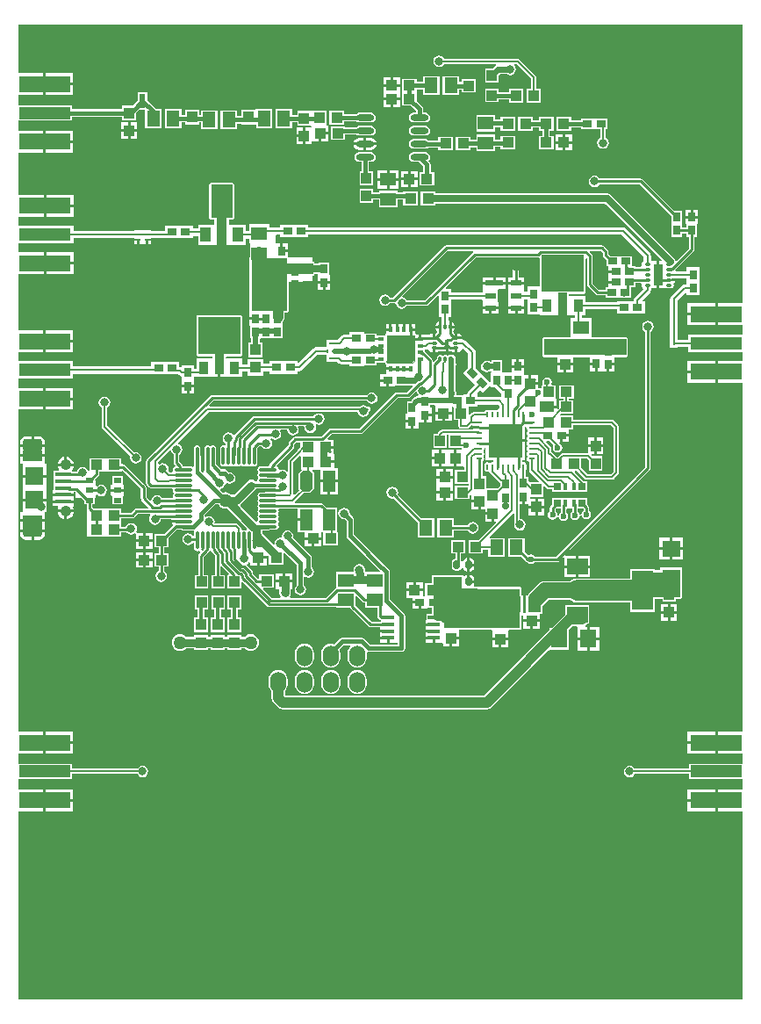
<source format=gbr>
%TF.GenerationSoftware,Altium Limited,Altium Designer,20.2.4 (192)*%
G04 Layer_Physical_Order=1*
G04 Layer_Color=255*
%FSLAX25Y25*%
%MOIN*%
%TF.SameCoordinates,DD73C85C-3220-4851-94E8-9B28512026BA*%
%TF.FilePolarity,Positive*%
%TF.FileFunction,Copper,L1,Top,Signal*%
%TF.Part,Single*%
G01*
G75*
%TA.AperFunction,Conductor*%
%ADD10C,0.00039*%
%ADD11C,0.03150*%
%ADD12C,0.01575*%
%ADD13C,0.00866*%
%TA.AperFunction,SMDPad,CuDef*%
%ADD14R,0.03543X0.02756*%
%ADD15R,0.01181X0.00591*%
%ADD16R,0.00591X0.01181*%
%ADD17R,0.02264X0.01181*%
%ADD18R,0.01181X0.02264*%
%ADD19R,0.09449X0.09449*%
%ADD20R,0.06890X0.02362*%
%ADD21R,0.03937X0.02362*%
%ADD22R,0.02756X0.03543*%
%ADD23R,0.04331X0.03937*%
%ADD24R,0.03543X0.19685*%
%ADD25R,0.03937X0.05512*%
G04:AMPARAMS|DCode=26|XSize=31.5mil|YSize=23.62mil|CornerRadius=5.91mil|HoleSize=0mil|Usage=FLASHONLY|Rotation=90.000|XOffset=0mil|YOffset=0mil|HoleType=Round|Shape=RoundedRectangle|*
%AMROUNDEDRECTD26*
21,1,0.03150,0.01181,0,0,90.0*
21,1,0.01968,0.02362,0,0,90.0*
1,1,0.01181,0.00591,0.00984*
1,1,0.01181,0.00591,-0.00984*
1,1,0.01181,-0.00591,-0.00984*
1,1,0.01181,-0.00591,0.00984*
%
%ADD26ROUNDEDRECTD26*%
%ADD27O,0.01181X0.06890*%
%ADD28O,0.06890X0.01181*%
%ADD29R,0.02362X0.05512*%
%ADD30R,0.07900X0.05900*%
%ADD31R,0.07900X0.15000*%
%ADD32O,0.06890X0.02362*%
%ADD33R,0.07480X0.04232*%
%ADD34R,0.07087X0.07087*%
%ADD35R,0.05906X0.01575*%
%ADD36R,0.02756X0.01968*%
%ADD37R,0.04000X0.04000*%
%ADD38R,0.02559X0.02756*%
%ADD39R,0.01772X0.02756*%
%ADD40R,0.04500X0.01500*%
%ADD41R,0.04724X0.07874*%
G04:AMPARAMS|DCode=42|XSize=78.74mil|YSize=47.24mil|CornerRadius=0mil|HoleSize=0mil|Usage=FLASHONLY|Rotation=270.000|XOffset=0mil|YOffset=0mil|HoleType=Round|Shape=Octagon|*
%AMOCTAGOND42*
4,1,8,-0.01181,-0.03937,0.01181,-0.03937,0.02362,-0.02756,0.02362,0.02756,0.01181,0.03937,-0.01181,0.03937,-0.02362,0.02756,-0.02362,-0.02756,-0.01181,-0.03937,0.0*
%
%ADD42OCTAGOND42*%

%ADD43R,0.07087X0.06299*%
%ADD44R,0.05906X0.05118*%
%ADD45R,0.03937X0.04331*%
%ADD46O,0.02362X0.01181*%
%ADD47R,0.03543X0.08268*%
%ADD48R,0.12992X0.12992*%
%ADD49O,0.00984X0.02559*%
%ADD50O,0.02559X0.00984*%
%ADD51O,0.01181X0.02362*%
%ADD52R,0.01575X0.03150*%
%ADD53R,0.03543X0.05118*%
%TA.AperFunction,ConnectorPad*%
%ADD54R,0.19685X0.06299*%
%ADD55R,0.19685X0.04724*%
%TA.AperFunction,SMDPad,CuDef*%
%ADD56R,0.01496X0.01102*%
G04:AMPARAMS|DCode=57|XSize=27.56mil|YSize=35.43mil|CornerRadius=0mil|HoleSize=0mil|Usage=FLASHONLY|Rotation=225.000|XOffset=0mil|YOffset=0mil|HoleType=Round|Shape=Rectangle|*
%AMROTATEDRECTD57*
4,1,4,-0.00278,0.02227,0.02227,-0.00278,0.00278,-0.02227,-0.02227,0.00278,-0.00278,0.02227,0.0*
%
%ADD57ROTATEDRECTD57*%

%ADD58R,0.06299X0.07087*%
%ADD59R,0.01102X0.01496*%
%ADD60R,0.05118X0.05906*%
%TA.AperFunction,Conductor*%
%ADD61C,0.00787*%
%ADD62C,0.02362*%
%ADD63C,0.03937*%
%ADD64C,0.02756*%
%ADD65C,0.01181*%
%ADD66C,0.01968*%
%ADD67C,0.00984*%
%ADD68C,0.02500*%
%ADD69C,0.02953*%
%ADD70C,0.05906*%
%ADD71C,0.01378*%
%ADD72C,0.07874*%
%ADD73C,0.01260*%
%ADD74R,0.09843X0.00886*%
%ADD75R,0.00689X0.09744*%
%ADD76R,0.09941X0.00886*%
%ADD77R,0.00886X0.09350*%
%ADD78R,0.00458X0.00024*%
%ADD79R,0.00398X0.00031*%
%ADD80R,0.00343X0.00047*%
%ADD81R,0.00325X0.00034*%
%ADD82R,0.00255X0.00030*%
%ADD83R,0.00218X0.00027*%
%ADD84R,0.00160X0.00031*%
%ADD85R,0.00118X0.00032*%
%ADD86R,0.00123X0.00057*%
%ADD87R,0.00251X0.00047*%
%ADD88R,0.00316X0.00051*%
%ADD89R,0.00313X0.00077*%
%ADD90R,0.00259X0.00066*%
%ADD91R,0.00207X0.00076*%
%ADD92R,0.00196X0.00071*%
%ADD93R,0.00188X0.00064*%
%ADD94R,0.00151X0.00081*%
%ADD95R,0.00082X0.00092*%
%ADD96R,0.00042X0.00114*%
%ADD97R,0.08268X0.12795*%
%ADD98R,0.16043X0.14370*%
%ADD99R,0.03543X0.04331*%
%ADD100R,0.29134X0.15158*%
%ADD101R,0.10827X0.06890*%
%ADD102R,0.17071X0.11417*%
%ADD103R,0.31194X0.06299*%
%ADD104R,0.13583X0.20227*%
%ADD105R,0.01762X0.03937*%
%ADD106R,0.02665X0.04163*%
%ADD107R,0.14938X0.09598*%
%TA.AperFunction,ComponentPad*%
G04:AMPARAMS|DCode=108|XSize=74.8mil|YSize=49.21mil|CornerRadius=12.3mil|HoleSize=0mil|Usage=FLASHONLY|Rotation=0.000|XOffset=0mil|YOffset=0mil|HoleType=Round|Shape=RoundedRectangle|*
%AMROUNDEDRECTD108*
21,1,0.07480,0.02461,0,0,0.0*
21,1,0.05020,0.04921,0,0,0.0*
1,1,0.02461,0.02510,-0.01230*
1,1,0.02461,-0.02510,-0.01230*
1,1,0.02461,-0.02510,0.01230*
1,1,0.02461,0.02510,0.01230*
%
%ADD108ROUNDEDRECTD108*%
%ADD109C,0.04134*%
%ADD110C,0.14961*%
%ADD111R,0.06000X0.08000*%
%ADD112O,0.06000X0.08000*%
%TA.AperFunction,ViaPad*%
%ADD113C,0.02400*%
%ADD114C,0.02598*%
%ADD115C,0.03150*%
%ADD116C,0.05000*%
%ADD117C,0.02362*%
%ADD118C,0.02756*%
G36*
X275197Y276079D02*
X265618D01*
Y271929D01*
Y267779D01*
X275197D01*
Y264370D01*
X254291D01*
Y262336D01*
X250551D01*
Y265813D01*
X250421D01*
Y277194D01*
X253437Y280210D01*
X253937Y280003D01*
Y279134D01*
X255179D01*
X255315Y279107D01*
X255451Y279134D01*
X258661D01*
Y284252D01*
Y289764D01*
X253937D01*
Y288369D01*
X249768D01*
X249561Y288869D01*
X256555Y295863D01*
X256555Y295863D01*
X256781Y296201D01*
X256861Y296601D01*
Y301379D01*
X257785D01*
Y306088D01*
X258195D01*
Y308360D01*
X253439D01*
Y306088D01*
X253848D01*
Y304785D01*
X251969D01*
Y305997D01*
X251969Y306104D01*
Y306498D01*
X251969Y306604D01*
Y311222D01*
X249156D01*
X249103Y311232D01*
X237200Y323135D01*
X236862Y323362D01*
X236462Y323441D01*
X236462Y323441D01*
X220805D01*
X220459Y323959D01*
X219742Y324437D01*
X218898Y324605D01*
X218053Y324437D01*
X217337Y323959D01*
X216858Y323242D01*
X216690Y322397D01*
X216858Y321552D01*
X217337Y320836D01*
X218053Y320358D01*
X218898Y320190D01*
X219742Y320358D01*
X220459Y320836D01*
X220805Y321354D01*
X236030D01*
X247923Y309460D01*
X247923Y309460D01*
X248031Y309388D01*
Y306604D01*
X248031Y306498D01*
Y306104D01*
X248031Y305997D01*
Y301379D01*
X251969D01*
Y302698D01*
X253848D01*
Y301379D01*
X254773D01*
Y297033D01*
X249958Y292218D01*
X249416Y292383D01*
X249372Y292604D01*
X248965Y293213D01*
X224980Y317197D01*
X224372Y317604D01*
X223654Y317746D01*
X158410D01*
Y318429D01*
X152898D01*
Y313311D01*
X158410D01*
Y313993D01*
X222876D01*
X244309Y292560D01*
X244118Y292098D01*
X243610D01*
Y286964D01*
Y281830D01*
X245882D01*
X245882Y281830D01*
X246382Y281877D01*
X246654Y281823D01*
X247834D01*
X248295Y281915D01*
X248686Y282176D01*
X248947Y282566D01*
X249039Y283027D01*
X248947Y283488D01*
X248791Y283722D01*
X248981Y283849D01*
X249333Y284375D01*
X249357Y284496D01*
X247244D01*
Y285358D01*
X247835D01*
X248449Y285481D01*
X248472Y285496D01*
X249686D01*
X249738Y285559D01*
X253937D01*
Y283295D01*
X253130D01*
X252592Y283188D01*
X252136Y282883D01*
X248022Y278769D01*
X247718Y278313D01*
X247611Y277776D01*
Y265813D01*
X247480D01*
Y262349D01*
Y259199D01*
X250551D01*
Y259526D01*
X254291D01*
Y257677D01*
X275197D01*
Y254268D01*
X265618D01*
Y250118D01*
Y245969D01*
X275197D01*
Y113480D01*
X265618D01*
Y109331D01*
Y105181D01*
X275197D01*
Y101378D01*
X254685D01*
Y99429D01*
X234217D01*
X233845Y99986D01*
X233128Y100465D01*
X232283Y100633D01*
X231439Y100465D01*
X230722Y99986D01*
X230244Y99270D01*
X230076Y98425D01*
X230244Y97580D01*
X230722Y96864D01*
X231439Y96386D01*
X232283Y96217D01*
X233128Y96386D01*
X233845Y96864D01*
X234217Y97422D01*
X254685D01*
Y95473D01*
X275197D01*
Y91669D01*
X265618D01*
Y87520D01*
Y83370D01*
X275197D01*
Y11810D01*
X0Y11810D01*
X0Y83370D01*
X9579D01*
Y87520D01*
Y91669D01*
X0D01*
Y95473D01*
X20512D01*
Y97422D01*
X45310D01*
X45683Y96864D01*
X46399Y96386D01*
X47244Y96217D01*
X48089Y96386D01*
X48805Y96864D01*
X49284Y97580D01*
X49452Y98425D01*
X49284Y99270D01*
X48805Y99986D01*
X48089Y100465D01*
X47244Y100633D01*
X46399Y100465D01*
X45683Y99986D01*
X45310Y99429D01*
X20512D01*
Y101378D01*
X0D01*
X0Y105181D01*
X9579D01*
Y109331D01*
Y113480D01*
X0D01*
X0Y235732D01*
X9579D01*
Y239882D01*
Y244032D01*
X0D01*
Y247441D01*
X20906D01*
Y249370D01*
X41181D01*
Y249240D01*
X47795D01*
Y249370D01*
X50590D01*
Y249169D01*
X59313D01*
X59449Y249142D01*
X60791D01*
X61167Y248766D01*
X61623Y248462D01*
X62161Y248355D01*
X62205D01*
Y247413D01*
X62189D01*
Y245142D01*
X64567D01*
X66945D01*
Y247413D01*
X66929D01*
Y248355D01*
X67716D01*
Y248086D01*
X73113D01*
X73606Y248071D01*
X73722Y248071D01*
X75878D01*
Y251630D01*
X76878D01*
Y248071D01*
X79034D01*
X79150Y248071D01*
X79643Y248086D01*
X85039D01*
Y250225D01*
X87205D01*
Y248579D01*
X93110D01*
Y250323D01*
X95472D01*
Y249366D01*
X106102D01*
Y250323D01*
X106821D01*
X107359Y250430D01*
X107815Y250735D01*
X113702Y256622D01*
X116282D01*
Y256452D01*
X117266D01*
Y253893D01*
X118276D01*
X118303Y253875D01*
X118841Y253768D01*
X121262D01*
X121644Y253386D01*
X122100Y253081D01*
X122638Y252974D01*
X125787D01*
Y252319D01*
X131299D01*
X131299Y252712D01*
X136024D01*
Y253677D01*
X137100D01*
X137205Y253698D01*
X137635D01*
X137741Y253677D01*
X137848Y253698D01*
X139321D01*
Y253401D01*
X139354Y253322D01*
X139386Y253163D01*
X139476Y253029D01*
X139508Y252949D01*
X139588Y252917D01*
X139723Y252826D01*
X139845Y252802D01*
Y251779D01*
X141436D01*
Y250779D01*
X139845D01*
Y249185D01*
X137583D01*
Y247307D01*
X140354D01*
Y246807D01*
X140854D01*
Y244429D01*
X143126D01*
Y244838D01*
X147835D01*
Y245009D01*
X149713D01*
X149905Y244547D01*
X149704Y244347D01*
X149619Y244219D01*
X147581Y242181D01*
X143670D01*
X143271Y242102D01*
X142932Y241876D01*
X142932Y241876D01*
X129616Y228559D01*
X118639D01*
X118639Y228559D01*
X118239Y228480D01*
X117901Y228254D01*
X115096Y225449D01*
X105157D01*
X105157Y225449D01*
X104758Y225370D01*
X104420Y225143D01*
X104420Y225143D01*
X103002Y223726D01*
X102776Y223387D01*
X102697Y222988D01*
X102697Y222988D01*
Y222196D01*
X95570Y215069D01*
X95343Y214730D01*
X95264Y214331D01*
X94827Y214153D01*
X92071D01*
X91610Y214061D01*
X91219Y213800D01*
X90958Y213409D01*
X90867Y212948D01*
X90958Y212488D01*
X91064Y212329D01*
X91178Y211964D01*
X91064Y211599D01*
X90958Y211441D01*
X90867Y210980D01*
X90958Y210519D01*
X91219Y210128D01*
Y209863D01*
X90958Y209472D01*
X90867Y209012D01*
X90501Y208612D01*
X90144Y208604D01*
X90144Y208604D01*
X89428Y209083D01*
X88583Y209251D01*
X87738Y209083D01*
X87022Y208604D01*
X81959Y203542D01*
X80916D01*
X80275Y204034D01*
X79523Y204345D01*
X78716Y204452D01*
X77910Y204345D01*
X77756Y204282D01*
X76805Y205233D01*
X76969Y205775D01*
X77420Y205865D01*
X78136Y206344D01*
X78614Y207060D01*
X78732Y207651D01*
X79254Y207903D01*
X79470Y207759D01*
X80315Y207591D01*
X81160Y207759D01*
X81876Y208238D01*
X82354Y208954D01*
X82522Y209799D01*
X82354Y210644D01*
X81876Y211360D01*
X81160Y211839D01*
X80315Y212006D01*
X80130Y211970D01*
X79438Y212662D01*
X78982Y212967D01*
X78445Y213074D01*
X77085D01*
X75165Y214994D01*
Y218165D01*
Y221019D01*
X75073Y221480D01*
X74812Y221871D01*
X74422Y222132D01*
X73961Y222224D01*
X73500Y222132D01*
X73341Y222026D01*
X72976Y221912D01*
X72611Y222026D01*
X72453Y222132D01*
X71992Y222224D01*
X71531Y222132D01*
X71141Y221871D01*
X70880Y221480D01*
X70788Y221019D01*
Y218165D01*
Y213165D01*
X70694Y213025D01*
X70587Y212487D01*
X70669Y212076D01*
X70240Y211797D01*
X69360Y212678D01*
Y218165D01*
X69260Y218664D01*
X69259Y218666D01*
Y221019D01*
X69168Y221480D01*
X68907Y221871D01*
X68516Y222132D01*
X68055Y222224D01*
X67594Y222132D01*
X67204Y221871D01*
X66943Y221480D01*
X66851Y221019D01*
Y218666D01*
X66850Y218664D01*
X66751Y218165D01*
Y214264D01*
X66250Y213997D01*
X66154Y214061D01*
X65693Y214153D01*
X62937D01*
X62500Y214331D01*
X62420Y214730D01*
X62194Y215069D01*
X61280Y215983D01*
Y218719D01*
X61797Y219065D01*
X62276Y219781D01*
X62444Y220626D01*
X62276Y221471D01*
X61797Y222187D01*
X61081Y222666D01*
X60763Y222729D01*
X60618Y223207D01*
X72338Y234928D01*
X114024D01*
X114073Y234428D01*
X113806Y234374D01*
X113328Y234279D01*
X112612Y233801D01*
X112266Y233283D01*
X89653D01*
X89253Y233204D01*
X88915Y232978D01*
X88915Y232978D01*
X82168Y226230D01*
X81569Y226226D01*
X81427Y226438D01*
X80711Y226917D01*
X79866Y227085D01*
X79021Y226917D01*
X78305Y226438D01*
X77826Y225722D01*
X77658Y224877D01*
X77826Y224032D01*
X78305Y223316D01*
X78822Y222970D01*
Y222423D01*
X78375Y222142D01*
X78322Y222139D01*
X77898Y222224D01*
X77437Y222132D01*
X77046Y221871D01*
X76785Y221480D01*
X76693Y221019D01*
Y215311D01*
X76785Y214850D01*
X77046Y214459D01*
X77437Y214198D01*
X77898Y214106D01*
X78359Y214198D01*
X78517Y214304D01*
X78882Y214418D01*
X79247Y214304D01*
X79405Y214198D01*
X79866Y214106D01*
X80327Y214198D01*
X80485Y214304D01*
X80850Y214418D01*
X81215Y214304D01*
X81374Y214198D01*
X81835Y214106D01*
X82296Y214198D01*
X82454Y214304D01*
X82819Y214418D01*
X83184Y214304D01*
X83342Y214198D01*
X83803Y214106D01*
X84264Y214198D01*
X84655Y214459D01*
X85152Y214304D01*
X85311Y214198D01*
X85772Y214106D01*
X86233Y214198D01*
X86391Y214304D01*
X86756Y214418D01*
X87121Y214304D01*
X87279Y214198D01*
X87740Y214106D01*
X88201Y214198D01*
X88359Y214304D01*
X88857Y214459D01*
X89248Y214198D01*
X89709Y214106D01*
X90170Y214198D01*
X90560Y214459D01*
X90821Y214850D01*
X90913Y215311D01*
Y221019D01*
X90860Y221285D01*
X91502Y221927D01*
X92369D01*
X92714Y221410D01*
X93431Y220931D01*
X94276Y220763D01*
X95121Y220931D01*
X95837Y221410D01*
X96315Y222126D01*
X96483Y222971D01*
X96315Y223816D01*
X95837Y224532D01*
X96118Y224943D01*
X96793Y224492D01*
X97638Y224324D01*
X98483Y224492D01*
X99199Y224970D01*
X99677Y225686D01*
X99846Y226531D01*
X99677Y227376D01*
X99498Y227645D01*
X99734Y228086D01*
X102127D01*
X102291Y227261D01*
X102770Y226545D01*
X103486Y226066D01*
X104331Y225898D01*
X105176Y226066D01*
X105892Y226545D01*
X106370Y227261D01*
X106538Y228106D01*
X106370Y228951D01*
X106191Y229220D01*
X106426Y229661D01*
X108437D01*
X108754Y229274D01*
X108717Y229090D01*
X108886Y228245D01*
X109364Y227529D01*
X110080Y227051D01*
X110925Y226883D01*
X111770Y227051D01*
X112486Y227529D01*
X112965Y228245D01*
X113133Y229090D01*
X112986Y229827D01*
X113234Y230097D01*
X113385Y230188D01*
X114173Y230032D01*
X115018Y230200D01*
X115734Y230679D01*
X116213Y231395D01*
X116381Y232240D01*
X116213Y233085D01*
X115734Y233801D01*
X115018Y234279D01*
X114540Y234374D01*
X114272Y234428D01*
X114322Y234928D01*
X128947D01*
X129063Y234348D01*
X129541Y233632D01*
X130257Y233153D01*
X131102Y232985D01*
X131947Y233153D01*
X132664Y233632D01*
X133142Y234348D01*
X133237Y234826D01*
X133633Y235222D01*
X133850Y235547D01*
X133926Y235931D01*
X133850Y236315D01*
X133633Y236641D01*
X133307Y236858D01*
X132923Y236935D01*
X132393D01*
X131947Y237232D01*
X131102Y237401D01*
X130257Y237232D01*
X129812Y236935D01*
X72626D01*
X72419Y237435D01*
X74054Y239070D01*
X132345D01*
X132691Y238552D01*
X133407Y238074D01*
X134252Y237906D01*
X135097Y238074D01*
X135813Y238552D01*
X136291Y239269D01*
X136459Y240114D01*
X136291Y240958D01*
X135813Y241675D01*
X135097Y242153D01*
X134252Y242321D01*
X133407Y242153D01*
X132691Y241675D01*
X132345Y241157D01*
X73622D01*
X73622Y241157D01*
X73222Y241078D01*
X72884Y240852D01*
X72884Y240852D01*
X48868Y216836D01*
X48642Y216498D01*
X48563Y216098D01*
X48563Y216098D01*
Y207905D01*
X48563Y207905D01*
X48642Y207505D01*
X48868Y207167D01*
X49730Y206305D01*
X49730Y206305D01*
X50069Y206079D01*
X50468Y205999D01*
X58580D01*
X58862Y205551D01*
X58864Y205499D01*
X58780Y205075D01*
X58872Y204614D01*
X59133Y204223D01*
Y203958D01*
X58872Y203567D01*
X58780Y203106D01*
X58864Y202681D01*
X58862Y202629D01*
X58580Y202181D01*
X55339D01*
X55338Y202181D01*
X54663D01*
X54317Y202698D01*
X53601Y203177D01*
X52756Y203345D01*
X51911Y203177D01*
X51195Y202698D01*
X50716Y201982D01*
X50591Y201352D01*
X50072Y201164D01*
X48682Y202554D01*
Y206059D01*
X48602Y206458D01*
X48376Y206797D01*
X48376Y206797D01*
X40403Y214769D01*
X40065Y214996D01*
X39665Y215075D01*
X39665Y215075D01*
X39173D01*
Y217378D01*
X26969D01*
X26968Y212760D01*
X26968Y212564D01*
X26469Y212515D01*
X26449Y212612D01*
X25971Y213328D01*
X25254Y213807D01*
X24409Y213975D01*
X23564Y213807D01*
X22848Y213328D01*
X22370Y212612D01*
X22292Y212221D01*
X20945D01*
X20553Y212481D01*
X20506Y212981D01*
X20673Y213198D01*
X20982Y213944D01*
X21022Y214245D01*
X14966D01*
X15006Y213944D01*
X15315Y213198D01*
X15482Y212981D01*
X15235Y212481D01*
X13466D01*
Y209725D01*
X13466D01*
Y205213D01*
X13057D01*
Y203926D01*
X17010D01*
X20963D01*
Y204661D01*
X21552D01*
X21654Y204509D01*
Y202072D01*
X21703Y202122D01*
X23987D01*
X24961Y201148D01*
X24961Y201148D01*
X25256Y200951D01*
Y199760D01*
X26181D01*
Y198126D01*
X26181Y198126D01*
X26181Y198126D01*
X26181Y187555D01*
X26181Y187555D01*
X39173D01*
Y189070D01*
X41270D01*
X41352Y188946D01*
X42068Y188468D01*
X42913Y188300D01*
X43758Y188468D01*
X44169Y188743D01*
X44669Y188475D01*
Y186480D01*
X47335D01*
Y188949D01*
X45077D01*
X44810Y189448D01*
X44953Y189663D01*
X45121Y190508D01*
X44953Y191352D01*
X44475Y192069D01*
X43758Y192547D01*
X42913Y192715D01*
X42068Y192547D01*
X41352Y192069D01*
X40874Y191352D01*
X40835Y191158D01*
X39173D01*
Y194582D01*
X43307D01*
X43307Y194582D01*
X43706Y194661D01*
X44045Y194888D01*
X45314Y196157D01*
X50014D01*
X50271Y195734D01*
X50267Y195598D01*
X49929Y195093D01*
X49761Y194248D01*
X49929Y193403D01*
X50407Y192687D01*
X51124Y192208D01*
X51968Y192040D01*
X52813Y192208D01*
X53530Y192687D01*
X54008Y193403D01*
X54164Y194188D01*
X58134D01*
X58400Y193763D01*
X62839D01*
Y192763D01*
X58462D01*
X58486Y192643D01*
X58838Y192117D01*
X58687Y191616D01*
X55611Y188539D01*
X51772D01*
Y183421D01*
X53484D01*
Y181256D01*
X51772D01*
Y176137D01*
X53484D01*
Y174633D01*
X52770Y174155D01*
X52291Y173439D01*
X52123Y172594D01*
X52291Y171749D01*
X52770Y171033D01*
X53486Y170555D01*
X54331Y170387D01*
X55176Y170555D01*
X55892Y171033D01*
X56370Y171749D01*
X56538Y172594D01*
X56370Y173439D01*
X55892Y174155D01*
X55571Y174370D01*
Y176137D01*
X57283D01*
Y181256D01*
X55571D01*
Y183421D01*
X57283D01*
Y187260D01*
X60114Y190091D01*
X62161D01*
X62301Y189997D01*
X62839Y189890D01*
X66508D01*
X66698Y189928D01*
X66999Y189478D01*
X66943Y189394D01*
X66851Y188933D01*
Y187950D01*
X66351Y187798D01*
X66128Y188132D01*
X65412Y188610D01*
X64567Y188778D01*
X63722Y188610D01*
X63006Y188132D01*
X62527Y187416D01*
X62359Y186571D01*
X62527Y185726D01*
X63006Y185010D01*
X63722Y184531D01*
X64567Y184363D01*
X65412Y184531D01*
X66128Y185010D01*
X66351Y185343D01*
X66851Y185191D01*
Y183224D01*
X66943Y182763D01*
X67204Y182373D01*
X67594Y182112D01*
X68055Y182020D01*
X68516Y182112D01*
X68552Y182135D01*
X69005Y181853D01*
X69067Y181369D01*
X68766Y181068D01*
X68540Y180729D01*
X68460Y180330D01*
X68460Y180330D01*
Y172982D01*
X67094D01*
Y167801D01*
X72276D01*
Y172982D01*
X70548D01*
Y179898D01*
X71864Y181214D01*
X72034Y181468D01*
X72670Y182104D01*
X72678Y182117D01*
X72852Y182220D01*
X73346Y181999D01*
X73351Y181973D01*
X73577Y181634D01*
X74760Y180452D01*
Y172982D01*
X73394D01*
Y167801D01*
X78575D01*
Y172982D01*
X76847D01*
Y176086D01*
X77309Y176277D01*
X80141Y173444D01*
X79950Y172982D01*
X79512D01*
Y167801D01*
X84693D01*
Y170300D01*
X85155Y170491D01*
X94616Y161030D01*
X94616Y161030D01*
X94955Y160803D01*
X95354Y160724D01*
X120866D01*
Y160389D01*
X126119D01*
X126191Y160281D01*
X133022Y153450D01*
X133022Y153450D01*
X133361Y153224D01*
X133760Y153145D01*
X137301D01*
Y152128D01*
X140551D01*
Y151128D01*
X137301D01*
Y149878D01*
X137301D01*
Y149568D01*
X140551D01*
Y149068D01*
X141051D01*
Y147318D01*
X143801D01*
X144203Y147080D01*
Y146575D01*
X133740D01*
X131586Y148729D01*
X131131Y149034D01*
X130593Y149141D01*
X123094D01*
X122557Y149034D01*
X122101Y148729D01*
X120078Y146706D01*
X119717Y146856D01*
X118780Y146979D01*
X117842Y146856D01*
X116969Y146494D01*
X116219Y145919D01*
X115643Y145169D01*
X115281Y144295D01*
X115158Y143358D01*
Y141358D01*
X115281Y140421D01*
X115643Y139547D01*
X116219Y138797D01*
X116969Y138222D01*
X117842Y137860D01*
X118780Y137736D01*
X119717Y137860D01*
X120590Y138222D01*
X121340Y138797D01*
X121916Y139547D01*
X122278Y140421D01*
X122401Y141358D01*
Y143358D01*
X122278Y144295D01*
X122091Y144746D01*
X123676Y146331D01*
X126009D01*
X126151Y145831D01*
X125643Y145169D01*
X125281Y144295D01*
X125158Y143358D01*
Y141358D01*
X125281Y140421D01*
X125643Y139547D01*
X126219Y138797D01*
X126969Y138222D01*
X127842Y137860D01*
X128779Y137736D01*
X129717Y137860D01*
X130590Y138222D01*
X131340Y138797D01*
X131916Y139547D01*
X132278Y140421D01*
X132401Y141358D01*
Y143358D01*
X132386Y143473D01*
X132843Y143828D01*
X133157Y143765D01*
X145607D01*
X146145Y143872D01*
X146601Y144177D01*
X146906Y144633D01*
X147012Y145170D01*
Y157448D01*
X146906Y157985D01*
X146601Y158441D01*
X141169Y163874D01*
Y174149D01*
X141062Y174687D01*
X140757Y175143D01*
X137609Y178291D01*
X130129Y185791D01*
X130128Y185792D01*
X130127Y185793D01*
X127505Y188415D01*
Y194051D01*
X127398Y194589D01*
X127093Y195044D01*
X125990Y196148D01*
X126027Y196332D01*
X125859Y197177D01*
X125380Y197893D01*
X124664Y198372D01*
X123819Y198540D01*
X122974Y198372D01*
X122258Y197893D01*
X121779Y197177D01*
X121611Y196332D01*
X121779Y195487D01*
X122258Y194771D01*
X122974Y194292D01*
X123819Y194124D01*
X124003Y194161D01*
X124695Y193469D01*
Y187833D01*
X124802Y187295D01*
X125106Y186840D01*
X128139Y183807D01*
X135619Y176307D01*
X135620Y176306D01*
X135621Y176305D01*
X137295Y174631D01*
X137104Y174169D01*
X131890D01*
X131890Y174169D01*
X131814Y174626D01*
X131709Y175299D01*
X131618Y175545D01*
X131567Y175801D01*
X131471Y175945D01*
X131411Y176108D01*
X131234Y176300D01*
X131089Y176518D01*
X130945Y176614D01*
X130827Y176741D01*
X130590Y176851D01*
X130372Y176996D01*
X130203Y177030D01*
X130045Y177103D01*
X129784Y177113D01*
X129528Y177164D01*
X129358Y177130D01*
X129185Y177137D01*
X128939Y177047D01*
X128683Y176996D01*
X128539Y176900D01*
X128376Y176840D01*
X128184Y176663D01*
X127966Y176518D01*
X127870Y176374D01*
X127743Y176256D01*
X127633Y176019D01*
X127488Y175801D01*
X127454Y175631D01*
X127381Y175474D01*
X127371Y175213D01*
X127320Y174957D01*
X127354Y174787D01*
X127347Y174614D01*
X127357Y174549D01*
X127032Y174169D01*
X120866D01*
Y168132D01*
X120633Y168086D01*
X120295Y167860D01*
X120295Y167860D01*
X116770Y164335D01*
X103287D01*
X103020Y164835D01*
X103325Y165292D01*
X103485Y166098D01*
Y167657D01*
X104215D01*
Y170126D01*
X101050D01*
X97885D01*
Y167657D01*
X99270D01*
Y166098D01*
X99431Y165292D01*
X99736Y164835D01*
X99469Y164335D01*
X96323D01*
X93053Y167605D01*
X93244Y168067D01*
X97113D01*
Y173185D01*
X91601D01*
Y171669D01*
X91049D01*
X89083Y173635D01*
Y174023D01*
X89083Y174023D01*
X89004Y174422D01*
X88777Y174761D01*
X86911Y176627D01*
X86985Y177260D01*
X87388Y177529D01*
X87605Y177854D01*
X88105Y177702D01*
Y176594D01*
X90770D01*
Y179563D01*
X91270D01*
Y180063D01*
X94435D01*
Y180133D01*
X94914Y180341D01*
X95185Y180115D01*
X95207Y179841D01*
Y177004D01*
X100719D01*
Y181243D01*
X101181Y181435D01*
X105800Y176815D01*
Y169142D01*
X105644Y169037D01*
X105165Y168321D01*
X104997Y167476D01*
X105165Y166631D01*
X105644Y165915D01*
X106360Y165436D01*
X107205Y165268D01*
X108050Y165436D01*
X108766Y165915D01*
X109244Y166631D01*
X109412Y167476D01*
X109244Y168321D01*
X108766Y169037D01*
X108610Y169142D01*
Y172069D01*
X109051Y172304D01*
X109313Y172129D01*
X110157Y171961D01*
X111002Y172129D01*
X111719Y172608D01*
X112197Y173324D01*
X112365Y174169D01*
X112197Y175014D01*
X111719Y175730D01*
X111562Y175835D01*
Y179563D01*
X111455Y180101D01*
X111151Y180556D01*
X104468Y187239D01*
X104570Y187752D01*
X104402Y188596D01*
X103923Y189313D01*
X103207Y189791D01*
X102362Y189959D01*
X101517Y189791D01*
X100801Y189313D01*
X100322Y188596D01*
X100154Y187752D01*
X100202Y187509D01*
X99849Y187155D01*
X99606Y187204D01*
X98761Y187036D01*
X98045Y186557D01*
X97567Y185841D01*
X97399Y184996D01*
X97415Y184914D01*
X96954Y184668D01*
X93779Y187844D01*
X93088Y188305D01*
X92704Y188880D01*
Y189890D01*
X94925D01*
X95463Y189997D01*
X95603Y190091D01*
X97780D01*
X98240Y190182D01*
X98631Y190444D01*
X98892Y190834D01*
X98984Y191295D01*
X98892Y191756D01*
X98631Y192147D01*
Y192412D01*
X98892Y192803D01*
X98984Y193263D01*
X98892Y193724D01*
X98631Y194115D01*
Y194380D01*
X98892Y194771D01*
X98984Y195232D01*
X98892Y195693D01*
X98631Y196083D01*
Y196349D01*
X98892Y196740D01*
X98984Y197201D01*
X98899Y197625D01*
X98902Y197677D01*
X99183Y198125D01*
X106087D01*
Y194551D01*
X109449D01*
Y193551D01*
X106087D01*
Y189114D01*
X108843D01*
Y187267D01*
X112008D01*
X115173D01*
Y189225D01*
X115457Y189355D01*
X115945Y189068D01*
Y184208D01*
X121457D01*
Y189327D01*
X121063Y189523D01*
Y198579D01*
X117268D01*
X115939Y199907D01*
X115601Y200133D01*
X115201Y200213D01*
X115201Y200213D01*
X105335D01*
X105128Y200713D01*
X108506Y204090D01*
X110925D01*
X112401Y205567D01*
Y211669D01*
X111638Y212433D01*
X111845Y212933D01*
X114748D01*
Y209118D01*
X118110D01*
X121472D01*
Y213555D01*
X120016D01*
Y215401D01*
X116850D01*
Y216401D01*
X120016D01*
Y218870D01*
X119898D01*
Y220913D01*
X116732D01*
Y221913D01*
X119898D01*
Y224382D01*
X117634D01*
X117443Y224844D01*
X119071Y226472D01*
X130048D01*
X130049Y226472D01*
X130448Y226551D01*
X130786Y226778D01*
X144103Y240094D01*
X148013D01*
X148013Y240094D01*
X148413Y240173D01*
X148751Y240400D01*
X150919Y242567D01*
X151461Y242403D01*
X151504Y242191D01*
X151982Y241474D01*
X152045Y241432D01*
X151893Y240932D01*
X151847D01*
X151847Y240932D01*
X151233Y240810D01*
X150934Y240611D01*
X150567Y240537D01*
X150046Y240189D01*
X149652Y239796D01*
X149304Y239275D01*
X149216Y238834D01*
X147638D01*
Y234126D01*
X147228D01*
Y231854D01*
X149606D01*
Y231354D01*
X150106D01*
Y228583D01*
X151984D01*
Y230436D01*
X152202Y230846D01*
X154080D01*
Y233618D01*
X154580D01*
Y234118D01*
X156958D01*
Y236390D01*
X156548D01*
Y237721D01*
X158100D01*
X158394Y237342D01*
Y234874D01*
X161559D01*
X164724D01*
Y236832D01*
X165008Y236962D01*
X165496Y236674D01*
Y231815D01*
X167248D01*
Y229649D01*
X167325Y229265D01*
X167542Y228940D01*
X167868Y228722D01*
X168252Y228646D01*
X170417D01*
X170801Y228722D01*
X171127Y228940D01*
X172046Y229858D01*
X172606D01*
X172863Y229394D01*
X175098D01*
Y228394D01*
X172707D01*
X172495Y228094D01*
X160969D01*
X160584Y228017D01*
X160259Y227800D01*
X159471Y227013D01*
X159260Y226697D01*
X157622D01*
Y221185D01*
X162740D01*
Y226087D01*
X163528D01*
Y221185D01*
X167762D01*
X167858Y221166D01*
X168345D01*
X168538Y220966D01*
X168568Y220911D01*
X168313Y220413D01*
X166587D01*
Y217248D01*
Y214083D01*
X168914D01*
X169055Y214083D01*
X169414Y213741D01*
Y212752D01*
X165945D01*
Y207634D01*
X171186D01*
Y206846D01*
X165945D01*
Y201728D01*
X171457D01*
Y203372D01*
X171745Y203586D01*
X172228Y203365D01*
Y201441D01*
X175197D01*
Y200941D01*
X175697D01*
Y197775D01*
X177291D01*
Y196882D01*
X180260D01*
Y196382D01*
X180760D01*
Y193216D01*
X181290D01*
X181481Y192754D01*
X174904Y186177D01*
X171008D01*
Y181059D01*
X176520D01*
Y182614D01*
X178543D01*
Y179878D01*
X184843D01*
Y186964D01*
X179236D01*
X179029Y187464D01*
X188008Y196443D01*
X188508Y196236D01*
Y193122D01*
X188539Y192968D01*
X188512Y192927D01*
X188344Y192082D01*
X188512Y191237D01*
X188990Y190521D01*
X189706Y190043D01*
X190551Y189874D01*
X191396Y190043D01*
X192112Y190521D01*
X192591Y191237D01*
X192759Y192082D01*
X192591Y192927D01*
X192112Y193643D01*
X191396Y194122D01*
X190551Y194290D01*
X190515Y194319D01*
Y199941D01*
X191429D01*
Y202712D01*
X192429D01*
Y199941D01*
X193882D01*
Y199275D01*
X196351D01*
Y201941D01*
X194307D01*
Y202712D01*
X199409D01*
Y206518D01*
X199871Y206710D01*
X200838Y205743D01*
X201164Y205525D01*
X201548Y205449D01*
X202854D01*
Y204484D01*
X209350D01*
X209350Y204484D01*
X209547D01*
Y204484D01*
X209850Y204484D01*
X216043D01*
Y208421D01*
X214962D01*
X214883Y208540D01*
X211368Y212055D01*
X211575Y212555D01*
X212163D01*
X215235Y209483D01*
X215561Y209266D01*
X215945Y209189D01*
X225590D01*
X225975Y209266D01*
X226300Y209483D01*
X227875Y211058D01*
X228093Y211384D01*
X228169Y211768D01*
Y229287D01*
X228093Y229671D01*
X227875Y229997D01*
X226300Y231572D01*
X225975Y231789D01*
X225590Y231866D01*
X210827D01*
Y233421D01*
X206043D01*
X205857Y233858D01*
X206146Y234208D01*
X210827D01*
Y239327D01*
X209019D01*
Y239886D01*
X210968D01*
Y245004D01*
X205457D01*
Y239886D01*
X207012D01*
Y239327D01*
X205315D01*
Y236252D01*
X205000Y235997D01*
X204543Y236195D01*
Y236267D01*
X201378D01*
Y237267D01*
X204543D01*
Y239736D01*
X204276Y239886D01*
Y245004D01*
X202866D01*
X202583Y245413D01*
X202600Y245504D01*
X202736Y246185D01*
X202598Y246876D01*
X202206Y247462D01*
X201621Y247854D01*
X200929Y247991D01*
X200238Y247854D01*
X199652Y247462D01*
X199260Y246876D01*
X199123Y246185D01*
X199258Y245504D01*
X199276Y245413D01*
X198993Y245004D01*
X198764D01*
Y244041D01*
X198354Y243758D01*
X198264Y243776D01*
X197583Y243911D01*
X197402Y244060D01*
Y245094D01*
X194433D01*
Y245594D01*
X193933D01*
Y248760D01*
X192126D01*
Y249350D01*
X192142D01*
Y251622D01*
X187386D01*
Y249760D01*
X184358D01*
X183858Y249760D01*
X183858Y250260D01*
Y254484D01*
X179921D01*
Y253850D01*
X179421Y253745D01*
X178798Y254162D01*
X177953Y254330D01*
X177108Y254162D01*
X176392Y253683D01*
X175913Y252967D01*
X175745Y252122D01*
X175913Y251277D01*
X176392Y250561D01*
X177108Y250082D01*
X177953Y249914D01*
X178798Y250082D01*
X179197Y250349D01*
X179734Y250136D01*
X179767Y249916D01*
X179527Y249760D01*
Y249503D01*
X179527Y249503D01*
Y246498D01*
X179066Y246306D01*
X175941Y249431D01*
X173726Y251646D01*
Y257458D01*
X173619Y257995D01*
X173315Y258451D01*
X169735Y262031D01*
X169279Y262336D01*
X168742Y262443D01*
X168689Y262506D01*
X167511D01*
X167489Y262521D01*
X166874Y262644D01*
X166284D01*
Y263006D01*
X165784D01*
Y264628D01*
X165693D01*
X165329Y264964D01*
X165265Y265403D01*
X165616Y265929D01*
X165740Y266549D01*
Y266640D01*
X164118D01*
Y267140D01*
X163756D01*
Y267731D01*
X163633Y268345D01*
X163618Y268368D01*
Y269582D01*
X163555Y269634D01*
Y271019D01*
X164567D01*
Y276137D01*
Y277488D01*
X176014D01*
X176367Y277135D01*
Y276991D01*
X176352Y276498D01*
X176352Y276382D01*
Y274817D01*
X179320D01*
X182289D01*
Y276382D01*
X182289Y276498D01*
X182273Y276991D01*
Y281084D01*
X182273Y281206D01*
X182568Y281584D01*
X185241D01*
Y283265D01*
X180797D01*
X176352D01*
Y281700D01*
X176352Y281584D01*
X176367Y281091D01*
Y280298D01*
X164567D01*
Y281649D01*
X162493D01*
X162301Y282111D01*
X173724Y293534D01*
X197296D01*
X197296Y293534D01*
X197625Y293600D01*
X197819Y293523D01*
X198125Y293299D01*
Y282437D01*
X193547D01*
Y280446D01*
X192115D01*
Y281091D01*
X192131Y281584D01*
X192131Y281700D01*
Y283265D01*
X189163D01*
X186194D01*
Y281700D01*
X186194Y281584D01*
X186210Y281091D01*
Y276991D01*
X186194Y276498D01*
X186194Y276382D01*
Y274817D01*
X189163D01*
Y274317D01*
D01*
Y274817D01*
X192131D01*
Y276382D01*
X192131Y276498D01*
X192115Y276991D01*
Y277636D01*
X193547D01*
Y271807D01*
X198173D01*
Y271665D01*
X203685D01*
Y271665D01*
X204063Y271649D01*
Y271649D01*
X205063D01*
Y275208D01*
X208606D01*
Y271649D01*
X209606D01*
Y271649D01*
X209984Y271665D01*
Y271665D01*
X211335D01*
Y270429D01*
X209842D01*
Y263694D01*
X209842Y263342D01*
X209404Y263194D01*
X199711D01*
X199259Y263007D01*
X199072Y262555D01*
Y256256D01*
X199259Y255804D01*
X199711Y255616D01*
X204763D01*
Y253409D01*
X207732D01*
X210700D01*
Y255616D01*
X217185D01*
Y253606D01*
X219563D01*
Y253106D01*
X220062D01*
Y250334D01*
X221638D01*
Y250137D01*
X223516D01*
Y252909D01*
X224016D01*
Y253409D01*
X226394D01*
Y255616D01*
X230906D01*
X231358Y255804D01*
X231545Y256256D01*
Y262555D01*
X231358Y263007D01*
X230906Y263194D01*
X218155D01*
X217717Y263342D01*
X217717Y263694D01*
Y270429D01*
X214145D01*
Y271665D01*
X215496D01*
Y273803D01*
X227362D01*
Y272200D01*
X237992D01*
Y276925D01*
X237440D01*
X237249Y277387D01*
X239970Y280108D01*
X240274Y280564D01*
X240381Y281101D01*
Y281677D01*
X240610Y281830D01*
X242610D01*
Y286964D01*
Y292098D01*
X240610D01*
X240381Y292251D01*
Y294166D01*
X240274Y294704D01*
X239970Y295160D01*
X230636Y304493D01*
X230180Y304798D01*
X229643Y304905D01*
X110194D01*
Y305862D01*
X99564D01*
Y304905D01*
X95508D01*
Y306059D01*
X87634D01*
Y303527D01*
X86417D01*
Y305862D01*
X80634D01*
X80512Y305862D01*
X80134Y306157D01*
Y307782D01*
X81496D01*
X81948Y307969D01*
X82135Y308421D01*
Y321216D01*
X81948Y321668D01*
X81496Y321855D01*
X73228D01*
X72776Y321668D01*
X72589Y321216D01*
Y308421D01*
X72776Y307969D01*
X73228Y307782D01*
X74590D01*
Y306157D01*
X74213Y305862D01*
X74090Y305862D01*
X68307D01*
Y304511D01*
X66299D01*
Y305468D01*
X55669D01*
Y303625D01*
X50601D01*
Y303756D01*
X43986D01*
Y303625D01*
X21085D01*
Y305567D01*
X0D01*
Y308976D01*
X9758D01*
Y313126D01*
Y317275D01*
X0D01*
Y333308D01*
X9579D01*
Y337458D01*
Y341607D01*
X0D01*
Y345410D01*
X20512D01*
Y346945D01*
X39567D01*
Y345594D01*
X44685D01*
Y348363D01*
X45884Y349563D01*
X48173D01*
Y342642D01*
X54473D01*
Y349728D01*
X52380D01*
X52316Y349824D01*
X49016Y353124D01*
Y356256D01*
X45472D01*
Y353124D01*
X43454Y351106D01*
X39567D01*
Y349755D01*
X20512D01*
Y351316D01*
X0D01*
Y355119D01*
X9579D01*
Y359269D01*
Y363418D01*
X0D01*
Y381888D01*
X275197Y381888D01*
Y276079D01*
D02*
G37*
G36*
X79134Y298366D02*
X80018D01*
X80134Y298366D01*
X80627Y298382D01*
X86417D01*
Y300717D01*
X87634D01*
Y298972D01*
X88273D01*
Y298185D01*
X88028D01*
Y293616D01*
X87944Y293411D01*
Y273185D01*
X87823Y273004D01*
X87779D01*
Y270732D01*
X90158D01*
Y269732D01*
X87779D01*
Y267460D01*
X88189D01*
Y262752D01*
X88552D01*
Y261177D01*
X87598D01*
Y255665D01*
X92716D01*
Y261177D01*
X91763D01*
Y262507D01*
X92162Y262752D01*
X96099D01*
Y262752D01*
X96457D01*
Y262752D01*
X100394D01*
Y267476D01*
X100394D01*
Y267870D01*
X100394D01*
Y268828D01*
X100487Y268899D01*
X100897Y269434D01*
X101155Y270056D01*
X101243Y270724D01*
Y272546D01*
X102165D01*
X102617Y272733D01*
X102805Y273185D01*
Y284346D01*
X111821D01*
Y286521D01*
X112598D01*
Y287270D01*
X113732D01*
X113764Y286783D01*
X113764D01*
Y284511D01*
X116141D01*
X118520D01*
Y286783D01*
X118110D01*
Y288936D01*
X118149Y289130D01*
Y289277D01*
X118110Y289471D01*
Y291492D01*
X114173D01*
Y291284D01*
X112598D01*
Y292033D01*
X111821D01*
Y293460D01*
X102784D01*
X102617Y293864D01*
X102420Y293945D01*
Y295519D01*
X100041D01*
Y296020D01*
X99541D01*
Y298791D01*
X97824D01*
X97702Y301734D01*
X98049Y302095D01*
X99564D01*
Y301137D01*
X110194D01*
Y302095D01*
X229061D01*
X237571Y293584D01*
Y292251D01*
X237250Y292037D01*
X236902Y291516D01*
X236780Y290901D01*
X236865Y290476D01*
X236554Y289976D01*
X234449D01*
Y290114D01*
X233768D01*
X233268Y290114D01*
Y294051D01*
X228543D01*
Y294051D01*
X228150D01*
Y294051D01*
X224901D01*
X224138Y294814D01*
Y295718D01*
X224138Y295718D01*
X224059Y296117D01*
X223832Y296456D01*
X223832Y296456D01*
X222472Y297817D01*
X222133Y298043D01*
X221734Y298122D01*
X221734Y298122D01*
X162622D01*
X162622Y298122D01*
X162223Y298043D01*
X161884Y297817D01*
X161884Y297816D01*
X142381Y278313D01*
X141264D01*
X140918Y278831D01*
X140202Y279309D01*
X139357Y279477D01*
X138512Y279309D01*
X137796Y278831D01*
X137317Y278114D01*
X137149Y277269D01*
X137317Y276425D01*
X137796Y275708D01*
X138512Y275230D01*
X139357Y275062D01*
X140202Y275230D01*
X140918Y275708D01*
X141264Y276226D01*
X142813D01*
X142813Y276226D01*
X142977Y276258D01*
X143023Y276252D01*
X143466Y275976D01*
X143518Y275908D01*
X143630Y275348D01*
X144108Y274632D01*
X144824Y274153D01*
X145669Y273985D01*
X146514Y274153D01*
X147230Y274632D01*
X147576Y275149D01*
X154907D01*
X154907Y275149D01*
X155306Y275229D01*
X155645Y275455D01*
X159380Y279190D01*
X159843Y278999D01*
Y276137D01*
Y271019D01*
X160745D01*
Y269634D01*
X160681Y269582D01*
Y268368D01*
X160666Y268345D01*
X160544Y267731D01*
Y267140D01*
X160181D01*
Y266640D01*
X158559D01*
Y266549D01*
X158683Y265929D01*
X159034Y265403D01*
X158970Y264964D01*
X158606Y264628D01*
X158516D01*
Y263006D01*
X157516D01*
Y264628D01*
X157425D01*
X156805Y264505D01*
X156279Y264153D01*
X156250Y264110D01*
X154837D01*
Y264146D01*
X153205D01*
Y262556D01*
X152205D01*
Y264146D01*
X151190D01*
X151165Y264269D01*
X151075Y264404D01*
X151042Y264483D01*
X150963Y264516D01*
X150829Y264606D01*
X150706Y264630D01*
Y265640D01*
X149116D01*
Y266140D01*
X148616D01*
Y268271D01*
X148145D01*
Y268280D01*
X147055D01*
Y266148D01*
X146055D01*
Y268280D01*
X144964D01*
Y268280D01*
X144497D01*
Y266148D01*
X143497D01*
Y268280D01*
X142406D01*
Y268280D01*
X141937D01*
Y266148D01*
X141437D01*
Y265648D01*
X139846D01*
Y264631D01*
X139723Y264606D01*
X139588Y264516D01*
X139509Y264483D01*
X139476Y264404D01*
X139386Y264269D01*
X139354Y264110D01*
X139321Y264031D01*
Y263737D01*
X136125D01*
X136024Y264195D01*
Y264699D01*
X131299D01*
X131299Y265093D01*
X125787D01*
Y264136D01*
X123811D01*
X123274Y264029D01*
X122818Y263724D01*
X121381Y262287D01*
X118841D01*
X118303Y262180D01*
X118276Y262161D01*
X117266D01*
Y259602D01*
X116766Y259602D01*
X116282D01*
Y259432D01*
X113120D01*
X112583Y259325D01*
X112127Y259021D01*
X106602Y253496D01*
X106102Y253703D01*
Y254090D01*
X95472D01*
Y253133D01*
X93110D01*
Y254878D01*
X87205D01*
Y253035D01*
X85039D01*
Y255173D01*
X79643D01*
X79150Y255189D01*
X78859Y255510D01*
X78975Y256010D01*
X84350D01*
X84802Y256197D01*
X84990Y256649D01*
Y271019D01*
X84802Y271471D01*
X84350Y271659D01*
X68307D01*
X67855Y271471D01*
X67668Y271019D01*
Y256649D01*
X67855Y256197D01*
X68307Y256010D01*
X73889D01*
X73935Y255510D01*
X73614Y255189D01*
X73606D01*
X73113Y255173D01*
X67716D01*
Y251165D01*
X66929D01*
Y252516D01*
X62205D01*
Y252204D01*
X61705Y251886D01*
X61373Y251952D01*
X61220D01*
Y253893D01*
X50590D01*
Y252180D01*
X47795D01*
Y252311D01*
X41181D01*
Y252180D01*
X20906D01*
Y254134D01*
X0D01*
Y257543D01*
X9579D01*
Y261693D01*
Y265843D01*
X0D01*
Y287165D01*
X9758D01*
Y291315D01*
Y295464D01*
X0D01*
Y298874D01*
X21085D01*
Y300815D01*
X43971D01*
Y300752D01*
X43986D01*
Y300685D01*
X45719D01*
Y300252D01*
X46219D01*
Y298701D01*
X48368D01*
Y300252D01*
X48868D01*
Y300685D01*
X50601D01*
Y300752D01*
X50616D01*
Y300815D01*
X55669D01*
Y300744D01*
X66299D01*
Y301701D01*
X68307D01*
Y298382D01*
X74097D01*
X74590Y298366D01*
X74706Y298366D01*
X75590D01*
Y309208D01*
X79134D01*
Y298366D01*
D02*
G37*
G36*
X222051Y295286D02*
Y294382D01*
X222051Y294382D01*
X222130Y293982D01*
X222356Y293644D01*
X223425Y292575D01*
Y290114D01*
X224197D01*
Y288645D01*
X226969D01*
Y287645D01*
X224197D01*
Y285768D01*
Y284708D01*
X226969D01*
Y283708D01*
X224197D01*
Y282197D01*
X222966D01*
Y281272D01*
X220519D01*
X218069Y283722D01*
Y294064D01*
X218069Y294064D01*
X217990Y294463D01*
X217763Y294802D01*
X216992Y295573D01*
X217183Y296035D01*
X221301D01*
X222051Y295286D01*
D02*
G37*
G36*
X172893Y295542D02*
X172554Y295316D01*
X172554Y295316D01*
X154474Y277236D01*
X147576D01*
X147230Y277754D01*
X146514Y278233D01*
X146051Y278325D01*
X145887Y278867D01*
X163054Y296035D01*
X172806D01*
X172893Y295542D01*
D02*
G37*
G36*
X215982Y293194D02*
Y283290D01*
X215982Y283289D01*
X216061Y282890D01*
X216287Y282551D01*
X219349Y279490D01*
X219687Y279264D01*
X220087Y279185D01*
X222966D01*
Y278260D01*
X227690D01*
Y278260D01*
X228084D01*
Y278260D01*
X232808D01*
Y282197D01*
X233290Y282240D01*
X234449D01*
Y283952D01*
X236554D01*
X236865Y283452D01*
X236780Y283027D01*
X236902Y282413D01*
X237250Y281892D01*
X237298Y281410D01*
X234243Y278355D01*
X233938Y277899D01*
X233831Y277361D01*
Y276925D01*
X227362D01*
Y276613D01*
X215496D01*
Y278752D01*
X209984D01*
Y278752D01*
X209606Y278768D01*
X209261Y279089D01*
X209266Y279589D01*
X214807D01*
X215259Y279776D01*
X215446Y280228D01*
Y292951D01*
X215946Y293218D01*
X215982Y293194D01*
D02*
G37*
G36*
X163437Y258222D02*
X163696Y258049D01*
X164118Y257965D01*
X164518D01*
X164546Y257923D01*
X165072Y257571D01*
X165693Y257448D01*
X165784D01*
Y259069D01*
X166783D01*
Y257448D01*
X166874D01*
X167495Y257571D01*
X168021Y257923D01*
X168372Y258449D01*
X168416Y258669D01*
X168959Y258834D01*
X170916Y256876D01*
Y251646D01*
X168981Y249710D01*
X172600Y246091D01*
X173555Y245136D01*
X170802Y242382D01*
X170497Y241927D01*
X170405Y241460D01*
X169039D01*
X169039Y241067D01*
X166850D01*
X166469Y241567D01*
X166539Y241917D01*
X166401Y242608D01*
X166118Y243033D01*
Y251902D01*
X166236Y252079D01*
X166373Y252770D01*
X166236Y253461D01*
X166118Y253638D01*
Y254935D01*
X165995Y255550D01*
X165647Y256071D01*
X165126Y256419D01*
X164815Y256481D01*
X164579Y256639D01*
X164118Y256730D01*
X163657Y256639D01*
X163267Y256377D01*
X163001D01*
X162610Y256639D01*
X162150Y256730D01*
X161689Y256639D01*
X161298Y256377D01*
X161033D01*
X160642Y256639D01*
X160181Y256730D01*
X159720Y256639D01*
X159330Y256377D01*
X159069Y255987D01*
X158977Y255526D01*
Y255207D01*
X157805Y254035D01*
X157343Y254226D01*
Y254484D01*
X157263Y254883D01*
X157037Y255222D01*
X157037Y255222D01*
X154429Y257830D01*
Y258420D01*
X154822D01*
Y258613D01*
X155242Y258697D01*
X155353Y258771D01*
X155909Y258541D01*
X155927Y258449D01*
X156279Y257923D01*
X156805Y257571D01*
X157425Y257448D01*
X157516D01*
Y259069D01*
X158516D01*
Y257448D01*
X158606D01*
X159227Y257571D01*
X159753Y257923D01*
X159782Y257965D01*
X161756D01*
X162178Y258049D01*
X162437Y258222D01*
Y261038D01*
X163437D01*
Y258222D01*
D02*
G37*
G36*
X179527Y244570D02*
Y244248D01*
X181053D01*
X183069Y242231D01*
X183525Y241927D01*
X183606Y241911D01*
Y240675D01*
X183106Y240413D01*
X182654Y240503D01*
X174551D01*
Y241460D01*
X174507D01*
X174316Y241922D01*
X175542Y243149D01*
X176497Y242193D01*
X179066Y244762D01*
X179527Y244570D01*
D02*
G37*
G36*
X182650Y237115D02*
Y236182D01*
X182150Y235792D01*
X182087Y235805D01*
X181664Y235720D01*
X181440Y235571D01*
X181102Y235515D01*
X180765Y235571D01*
X180541Y235720D01*
X180118Y235805D01*
X179696Y235720D01*
X179472Y235571D01*
X179134Y235515D01*
X178796Y235571D01*
X178572Y235720D01*
X178150Y235805D01*
X177727Y235720D01*
X177369Y235481D01*
X177130Y235123D01*
X177089Y234917D01*
X173106D01*
X172722Y234840D01*
X172397Y234623D01*
X171508Y233734D01*
X171008Y233941D01*
Y236736D01*
X174551D01*
Y237693D01*
X182072D01*
X182650Y237115D01*
D02*
G37*
G36*
X226162Y228871D02*
Y212183D01*
X225175Y211196D01*
X216361D01*
X213779Y213777D01*
Y217260D01*
X215923D01*
X216732Y216451D01*
Y212555D01*
X221850D01*
Y218067D01*
X217988D01*
X217733Y218381D01*
X217931Y218838D01*
X218791D01*
Y221504D01*
X216323D01*
Y219267D01*
X206835D01*
X206451Y219191D01*
X206125Y218973D01*
X204825Y217673D01*
X204482D01*
X203017Y219139D01*
X202974Y219167D01*
X202596Y219546D01*
Y220988D01*
X202519Y221372D01*
X202302Y221698D01*
X200489Y223510D01*
X200680Y223972D01*
X201730D01*
X203370Y222332D01*
X203197Y222073D01*
X203060Y221382D01*
X203197Y220690D01*
X203589Y220104D01*
X204175Y219713D01*
X204866Y219575D01*
X205557Y219713D01*
X206143Y220104D01*
X206535Y220690D01*
X206673Y221382D01*
X206535Y222073D01*
X206143Y222659D01*
X205557Y223051D01*
X205625Y223547D01*
X205632Y223563D01*
X205799D01*
Y225941D01*
X206299D01*
Y226441D01*
X209071D01*
Y228303D01*
X210827D01*
Y229858D01*
X225175D01*
X226162Y228871D01*
D02*
G37*
G36*
X177543Y221485D02*
Y216476D01*
X180583D01*
X180624Y216345D01*
X180602Y216267D01*
X180240Y215898D01*
X180118Y215923D01*
X179696Y215839D01*
X179472Y215689D01*
X179134Y215633D01*
X178796Y215689D01*
X178572Y215839D01*
X178150Y215923D01*
X177727Y215839D01*
X177369Y215599D01*
X177130Y215241D01*
X177046Y214819D01*
Y213244D01*
X177130Y212821D01*
X177369Y212463D01*
X177727Y212224D01*
X178150Y212140D01*
X178572Y212224D01*
X178615Y212252D01*
X178781Y212222D01*
X179146Y212006D01*
X179191Y211777D01*
X179409Y211452D01*
X182755Y208105D01*
X183016Y207931D01*
Y206856D01*
X181990Y205831D01*
X177756D01*
Y210390D01*
X176301D01*
Y216061D01*
X176308Y216063D01*
X176666Y216302D01*
X176906Y216660D01*
X176990Y217083D01*
X176906Y217505D01*
X176666Y217863D01*
Y218270D01*
X176906Y218629D01*
X176990Y219051D01*
X176906Y219473D01*
X176666Y219831D01*
X176756Y220373D01*
X176906Y220597D01*
X176990Y221020D01*
X176965Y221141D01*
X177334Y221503D01*
X177412Y221526D01*
X177543Y221485D01*
D02*
G37*
G36*
X107283Y221651D02*
X105983Y220351D01*
X105766Y220025D01*
X105744Y219915D01*
X102834Y217005D01*
X102616Y216679D01*
X102540Y216295D01*
Y212338D01*
X102040Y212186D01*
X101955Y212313D01*
X101239Y212792D01*
X100394Y212960D01*
X99549Y212792D01*
X99449Y212725D01*
X99192Y212848D01*
X98972Y213008D01*
X98892Y213409D01*
X98631Y213800D01*
X98240Y214061D01*
X98224Y214064D01*
X98060Y214607D01*
X104478Y221025D01*
X104478Y221025D01*
X104704Y221364D01*
X104784Y221763D01*
Y222556D01*
X105590Y223362D01*
X107283D01*
Y221651D01*
D02*
G37*
G36*
X58133Y220099D02*
X58197Y219781D01*
X58675Y219065D01*
X59193Y218719D01*
Y215551D01*
X59193Y215551D01*
X59272Y215152D01*
X59498Y214813D01*
X59704Y214607D01*
X59540Y214064D01*
X59523Y214061D01*
X59133Y213800D01*
X58872Y213409D01*
X58780Y212948D01*
X58872Y212488D01*
X58874Y212484D01*
X58607Y211984D01*
X57601D01*
X56998Y212586D01*
X57129Y213244D01*
X56961Y214089D01*
X56482Y214805D01*
X55766Y215283D01*
X54921Y215452D01*
X54076Y215283D01*
X53669Y215011D01*
X53169Y215279D01*
Y215758D01*
X57655Y220244D01*
X58133Y220099D01*
D02*
G37*
G36*
X192745Y229378D02*
X193113Y229015D01*
X193089Y228893D01*
X193173Y228471D01*
X193323Y228247D01*
X193379Y227909D01*
X193323Y227572D01*
X193173Y227347D01*
X193089Y226925D01*
X193173Y226502D01*
X193323Y226278D01*
X193379Y225941D01*
X193323Y225603D01*
X193173Y225379D01*
X193089Y224956D01*
X193173Y224534D01*
X193323Y224310D01*
X193379Y223972D01*
X193323Y223634D01*
X193173Y223410D01*
X193089Y222988D01*
X193173Y222566D01*
X193323Y222341D01*
X193379Y222004D01*
X193323Y221666D01*
X193173Y221442D01*
X193089Y221020D01*
X193173Y220597D01*
X193412Y220239D01*
X193323Y219697D01*
X193173Y219473D01*
X193089Y219051D01*
X193173Y218629D01*
X193412Y218270D01*
Y217863D01*
X193173Y217505D01*
X193089Y217083D01*
X193173Y216660D01*
X193412Y216302D01*
X193771Y216063D01*
X193977Y216022D01*
Y213020D01*
X194053Y212636D01*
X194271Y212310D01*
X197895Y208686D01*
X197704Y208224D01*
X194291D01*
X193898Y208481D01*
Y210193D01*
X192933D01*
Y212797D01*
X192949Y212821D01*
X193033Y213244D01*
Y214819D01*
X192949Y215241D01*
X192710Y215599D01*
X192352Y215839D01*
X191929Y215923D01*
X191807Y215898D01*
X191445Y216267D01*
X191423Y216345D01*
X191464Y216476D01*
X192535D01*
Y223472D01*
X185039D01*
Y224472D01*
X192535D01*
Y229359D01*
X192667Y229400D01*
X192745Y229378D01*
D02*
G37*
G36*
X107402Y218027D02*
Y213342D01*
X107462D01*
X107669Y212842D01*
X106496Y211669D01*
Y205567D01*
X106820Y205243D01*
X104986Y203409D01*
X104525Y203655D01*
X104547Y203764D01*
Y215879D01*
X106902Y218234D01*
X107402Y218027D01*
D02*
G37*
G36*
X46594Y205627D02*
Y202122D01*
X46594Y202122D01*
X46674Y201722D01*
X46900Y201384D01*
X49578Y198706D01*
X49386Y198244D01*
X44882D01*
X44882Y198244D01*
X44482Y198165D01*
X44144Y197939D01*
X42875Y196669D01*
X39173D01*
Y198185D01*
X33661D01*
Y198126D01*
X32480D01*
Y198185D01*
X28641D01*
X28268Y198558D01*
Y199760D01*
X29193D01*
Y202122D01*
X29488D01*
Y203282D01*
X29748Y203417D01*
X29988Y203478D01*
X30651Y203035D01*
X31496Y202867D01*
X32341Y203035D01*
X33057Y203514D01*
X33536Y204230D01*
X33704Y205075D01*
X33536Y205920D01*
X33057Y206636D01*
X32341Y207114D01*
X31496Y207282D01*
X30651Y207114D01*
X29988Y206671D01*
X29748Y206732D01*
X29488Y206867D01*
Y208835D01*
X29488Y208835D01*
X29193Y209212D01*
Y209265D01*
X29203Y209318D01*
X30419Y210533D01*
X30419Y210533D01*
X30645Y210872D01*
X30724Y211271D01*
X30724Y211271D01*
Y212260D01*
X39173D01*
Y212340D01*
X39673Y212547D01*
X46594Y205627D01*
D02*
G37*
G36*
X93914Y205238D02*
X93882Y205072D01*
X93934Y204810D01*
X93711Y204419D01*
X93603Y204310D01*
X92071D01*
X91610Y204219D01*
X91219Y203958D01*
X90958Y203567D01*
X90867Y203106D01*
X90958Y202645D01*
X91064Y202487D01*
X91178Y202122D01*
X91064Y201757D01*
X90958Y201598D01*
X90867Y201137D01*
X90958Y200677D01*
X91219Y200286D01*
X91064Y199788D01*
X90958Y199630D01*
X90867Y199169D01*
X90958Y198708D01*
X91219Y198318D01*
Y198052D01*
X90958Y197661D01*
X90867Y197201D01*
X90958Y196740D01*
X91219Y196349D01*
Y196083D01*
X90958Y195693D01*
X90867Y195232D01*
X90958Y194771D01*
X91219Y194380D01*
Y194115D01*
X90958Y193724D01*
X90911Y193488D01*
X90387Y193305D01*
X84408Y199284D01*
X84531Y199869D01*
X90144Y205482D01*
X90144Y205482D01*
X90315Y205738D01*
X93583D01*
X93914Y205238D01*
D02*
G37*
G36*
X76017Y199776D02*
X76512Y199130D01*
X77158Y198635D01*
X77910Y198323D01*
X78716Y198217D01*
X79171Y198277D01*
X86684Y190765D01*
X86633Y190229D01*
X86300Y190001D01*
X86233Y190045D01*
X85772Y190137D01*
X85311Y190045D01*
X85307Y190043D01*
X84807Y190310D01*
Y190502D01*
X84730Y190886D01*
X84513Y191212D01*
X83523Y192201D01*
X83198Y192419D01*
X82814Y192495D01*
X74929D01*
X74612Y192882D01*
X74649Y193067D01*
X74481Y193912D01*
X74002Y194628D01*
X73286Y195106D01*
X72441Y195274D01*
X71596Y195106D01*
X71334Y194931D01*
X70893Y195167D01*
Y195750D01*
X75073Y199929D01*
X75953D01*
X76017Y199776D01*
D02*
G37*
G36*
X130631Y162801D02*
X130631Y162801D01*
X130969Y162575D01*
X131369Y162495D01*
X131890D01*
Y160389D01*
X136515D01*
Y157303D01*
X136515Y157303D01*
X136595Y156904D01*
X136821Y156565D01*
X137376Y156010D01*
X137376Y156010D01*
X137711Y155787D01*
Y155232D01*
X134193D01*
X127963Y161461D01*
X127953Y161514D01*
Y164826D01*
X128415Y165017D01*
X130631Y162801D01*
D02*
G37*
%LPC*%
G36*
X159984Y362327D02*
X153685D01*
Y360188D01*
X151323D01*
Y361342D01*
X145811D01*
Y356724D01*
X145811Y356224D01*
X145811D01*
Y356224D01*
X145811D01*
Y351106D01*
X149139D01*
X151001Y349245D01*
Y348405D01*
X150142D01*
X149451Y348267D01*
X148864Y347876D01*
X148473Y347289D01*
X148335Y346598D01*
X148473Y345907D01*
X148864Y345321D01*
X149451Y344929D01*
X150142Y344792D01*
X154669D01*
X155361Y344929D01*
X155947Y345321D01*
X156338Y345907D01*
X156476Y346598D01*
X156338Y347289D01*
X155947Y347876D01*
X155361Y348267D01*
X154669Y348405D01*
X153811D01*
Y349827D01*
X153703Y350364D01*
X153399Y350820D01*
X151323Y352896D01*
Y355724D01*
X151323Y356224D01*
X151323D01*
Y356224D01*
X151323D01*
Y357378D01*
X153685D01*
Y355240D01*
X159984D01*
Y362327D01*
D02*
G37*
G36*
X20921Y363418D02*
X10579D01*
Y359769D01*
X20921D01*
Y363418D01*
D02*
G37*
G36*
X145039Y361752D02*
X142374D01*
Y359283D01*
X145039D01*
Y361752D01*
D02*
G37*
G36*
X141374D02*
X138709D01*
Y359283D01*
X141374D01*
Y361752D01*
D02*
G37*
G36*
X167465Y362327D02*
X161165D01*
Y355240D01*
X167465D01*
Y357278D01*
X168545D01*
Y356093D01*
X173726D01*
Y361274D01*
X168545D01*
Y360088D01*
X167465D01*
Y362327D01*
D02*
G37*
G36*
X20921Y358769D02*
X10579D01*
Y355119D01*
X20921D01*
Y358769D01*
D02*
G37*
G36*
X145039Y358283D02*
X141874D01*
X138709D01*
Y355815D01*
Y354165D01*
X141874D01*
X145039D01*
Y355815D01*
Y358283D01*
D02*
G37*
G36*
X159843Y370217D02*
X158998Y370049D01*
X158281Y369571D01*
X157803Y368854D01*
X157635Y368010D01*
X157803Y367165D01*
X158281Y366448D01*
X158998Y365970D01*
X159843Y365802D01*
X160687Y365970D01*
X161404Y366448D01*
X161776Y367006D01*
X181322D01*
X181458Y366506D01*
X180992Y366194D01*
X179971Y365174D01*
X177345D01*
Y359993D01*
X182526D01*
Y362619D01*
X183018Y363111D01*
X185617D01*
X185966Y362877D01*
X186811Y362709D01*
X187656Y362877D01*
X188372Y363356D01*
X188851Y364072D01*
X189019Y364917D01*
X188851Y365762D01*
X188372Y366478D01*
X188330Y366506D01*
X188482Y367006D01*
X189386D01*
X194808Y361584D01*
Y357405D01*
X193055D01*
Y352287D01*
X198567D01*
Y357405D01*
X196815D01*
Y362000D01*
X196738Y362384D01*
X196521Y362710D01*
X190511Y368719D01*
X190186Y368937D01*
X189802Y369013D01*
X161776D01*
X161404Y369571D01*
X160687Y370049D01*
X159843Y370217D01*
D02*
G37*
G36*
X182526Y357574D02*
X177345D01*
Y352393D01*
X182526D01*
Y353441D01*
X186362D01*
Y352287D01*
X191874D01*
Y357405D01*
X186362D01*
Y356251D01*
X182526D01*
Y357574D01*
D02*
G37*
G36*
X145039Y353165D02*
X142374D01*
Y350697D01*
X145039D01*
Y353165D01*
D02*
G37*
G36*
X141374D02*
X138709D01*
Y350697D01*
X141374D01*
Y353165D01*
D02*
G37*
G36*
X90299Y349728D02*
X89906Y349531D01*
X84787D01*
Y347196D01*
X83213D01*
Y349335D01*
X76913D01*
Y342248D01*
X83213D01*
Y344386D01*
X84787D01*
Y344020D01*
X89906D01*
X90299Y343763D01*
Y342642D01*
X96599D01*
Y349728D01*
X90299D01*
Y349728D01*
D02*
G37*
G36*
X203291Y346775D02*
X197780D01*
Y345621D01*
X195417D01*
Y346775D01*
X189906D01*
Y341657D01*
X195417D01*
Y342811D01*
X197780D01*
Y341657D01*
X199130D01*
Y339689D01*
X197780D01*
Y334571D01*
X203291D01*
Y339689D01*
X201940D01*
Y341657D01*
X203291D01*
Y346775D01*
D02*
G37*
G36*
X123764Y349138D02*
X118252D01*
Y344020D01*
X123764D01*
Y345174D01*
X128416D01*
X128781Y344929D01*
X129472Y344792D01*
X134000D01*
X134691Y344929D01*
X135277Y345321D01*
X135669Y345907D01*
X135806Y346598D01*
X135669Y347289D01*
X135277Y347876D01*
X134691Y348267D01*
X134000Y348405D01*
X129472D01*
X128781Y348267D01*
X128357Y347984D01*
X123764D01*
Y349138D01*
D02*
G37*
G36*
X134000Y343405D02*
X129472D01*
X128781Y343267D01*
X128386Y343003D01*
X124158D01*
Y343232D01*
X118646D01*
Y338114D01*
X124158D01*
Y340193D01*
X128386D01*
X128781Y339929D01*
X129472Y339792D01*
X134000D01*
X134691Y339929D01*
X135277Y340321D01*
X135669Y340907D01*
X135806Y341598D01*
X135669Y342289D01*
X135277Y342876D01*
X134691Y343267D01*
X134000Y343405D01*
D02*
G37*
G36*
X61953Y349728D02*
X55654D01*
Y342642D01*
X61953D01*
Y344780D01*
X63528D01*
Y344020D01*
X68646D01*
Y344780D01*
X69433D01*
Y342248D01*
X75732D01*
Y349335D01*
X69433D01*
Y347590D01*
X68646D01*
Y349531D01*
X63528D01*
Y347590D01*
X61953D01*
Y349728D01*
D02*
G37*
G36*
X45094Y344823D02*
X42626D01*
Y342157D01*
X45094D01*
Y344823D01*
D02*
G37*
G36*
X41626D02*
X39157D01*
Y342157D01*
X41626D01*
Y344823D01*
D02*
G37*
G36*
X181047Y347563D02*
X173961D01*
Y341264D01*
X181047D01*
Y343008D01*
X183213D01*
Y341657D01*
X188725D01*
Y346775D01*
X183213D01*
Y345818D01*
X181047D01*
Y347563D01*
D02*
G37*
G36*
X108107Y342854D02*
X105638D01*
Y340189D01*
X108107D01*
Y342854D01*
D02*
G37*
G36*
X154669Y343405D02*
X150142D01*
X149451Y343267D01*
X148864Y342876D01*
X148473Y342289D01*
X148335Y341598D01*
X148473Y340907D01*
X148864Y340321D01*
X149451Y339929D01*
X150142Y339792D01*
X154669D01*
X155361Y339929D01*
X155947Y340321D01*
X156338Y340907D01*
X156476Y341598D01*
X156338Y342289D01*
X155947Y342876D01*
X155361Y343267D01*
X154669Y343405D01*
D02*
G37*
G36*
X45094Y341157D02*
X42626D01*
Y338492D01*
X45094D01*
Y341157D01*
D02*
G37*
G36*
X41626D02*
X39157D01*
Y338492D01*
X41626D01*
Y341157D01*
D02*
G37*
G36*
X181047Y340083D02*
X173961D01*
Y338141D01*
X171795D01*
Y339295D01*
X166284D01*
Y334177D01*
X171795D01*
Y335331D01*
X173961D01*
Y333783D01*
X181047D01*
Y335528D01*
X183213D01*
Y334571D01*
X188725D01*
Y339689D01*
X183213D01*
Y338338D01*
X181047D01*
Y340083D01*
D02*
G37*
G36*
X165102Y339295D02*
X159591D01*
Y338003D01*
X155755D01*
X155361Y338267D01*
X154669Y338405D01*
X150142D01*
X149451Y338267D01*
X148864Y337876D01*
X148473Y337290D01*
X148335Y336598D01*
X148473Y335907D01*
X148864Y335321D01*
X149451Y334929D01*
X150142Y334792D01*
X154669D01*
X155361Y334929D01*
X155755Y335193D01*
X159591D01*
Y334177D01*
X165102D01*
Y339295D01*
D02*
G37*
G36*
X20921Y341607D02*
X10579D01*
Y337958D01*
X20921D01*
Y341607D01*
D02*
G37*
G36*
X117874Y340173D02*
X115209D01*
Y337705D01*
X117874D01*
Y340173D01*
D02*
G37*
G36*
X210394Y340098D02*
X207728D01*
Y337630D01*
X210394D01*
Y340098D01*
D02*
G37*
G36*
X206728D02*
X204063D01*
Y337630D01*
X206728D01*
Y340098D01*
D02*
G37*
G36*
X134000Y338822D02*
X132236D01*
Y337098D01*
X136124D01*
X136055Y337449D01*
X135573Y338171D01*
X134851Y338653D01*
X134000Y338822D01*
D02*
G37*
G36*
X131236D02*
X129472D01*
X128621Y338653D01*
X127900Y338171D01*
X127418Y337449D01*
X127348Y337098D01*
X131236D01*
Y338822D01*
D02*
G37*
G36*
X104079Y349728D02*
X97780D01*
Y342642D01*
X104079D01*
Y344780D01*
X106047D01*
Y343626D01*
X111043D01*
X111165Y343626D01*
X111514Y343354D01*
X111520Y343215D01*
X111174Y342854D01*
X109107D01*
Y339689D01*
Y336524D01*
X111575D01*
Y337705D01*
X114209D01*
Y340673D01*
X114709D01*
Y341173D01*
X117874D01*
Y343642D01*
X117366D01*
X117071Y344020D01*
X117071Y344142D01*
Y349138D01*
X111559D01*
Y349138D01*
X111165D01*
Y349138D01*
X106047D01*
Y347590D01*
X104079D01*
Y349728D01*
D02*
G37*
G36*
X108107Y339189D02*
X105638D01*
Y336524D01*
X108107D01*
Y339189D01*
D02*
G37*
G36*
X209984Y346775D02*
X204472D01*
Y341657D01*
X209984D01*
Y342811D01*
X213921D01*
Y342248D01*
X218539D01*
X218646Y342248D01*
X219039D01*
X219146Y342248D01*
X221130D01*
Y338867D01*
X220572Y338494D01*
X220093Y337778D01*
X219925Y336933D01*
X220093Y336088D01*
X220572Y335372D01*
X221288Y334893D01*
X222133Y334725D01*
X222978Y334893D01*
X223694Y335372D01*
X224173Y336088D01*
X224341Y336933D01*
X224173Y337778D01*
X223694Y338494D01*
X223137Y338867D01*
Y342248D01*
X223764D01*
Y346185D01*
X219146D01*
X219039Y346185D01*
X218646D01*
X218539Y346185D01*
X213921D01*
Y345621D01*
X209984D01*
Y346775D01*
D02*
G37*
G36*
X136124Y336098D02*
X132236D01*
Y334374D01*
X134000D01*
X134851Y334544D01*
X135573Y335026D01*
X136055Y335747D01*
X136124Y336098D01*
D02*
G37*
G36*
X131236D02*
X127348D01*
X127418Y335747D01*
X127900Y335026D01*
X128621Y334544D01*
X129472Y334374D01*
X131236D01*
Y336098D01*
D02*
G37*
G36*
X210394Y336630D02*
X207728D01*
Y334161D01*
X210394D01*
Y336630D01*
D02*
G37*
G36*
X206728D02*
X204063D01*
Y334161D01*
X206728D01*
Y336630D01*
D02*
G37*
G36*
X20921Y336958D02*
X10579D01*
Y333308D01*
X20921D01*
Y336958D01*
D02*
G37*
G36*
X151732Y326319D02*
X149067D01*
Y323850D01*
X151732D01*
Y326319D01*
D02*
G37*
G36*
X148067D02*
X145402D01*
Y323850D01*
X148067D01*
Y326319D01*
D02*
G37*
G36*
X144449Y326712D02*
X140996D01*
Y323653D01*
X144449D01*
Y326712D01*
D02*
G37*
G36*
X139996D02*
X136543D01*
Y323653D01*
X139996D01*
Y326712D01*
D02*
G37*
G36*
X154669Y333405D02*
X150142D01*
X149451Y333267D01*
X148864Y332876D01*
X148473Y332290D01*
X148335Y331598D01*
X148473Y330907D01*
X148864Y330321D01*
X149451Y329929D01*
X150142Y329792D01*
X152225D01*
X153855Y328162D01*
Y325909D01*
X152504D01*
Y320791D01*
X158016D01*
Y325909D01*
X156665D01*
Y328744D01*
X156558Y329282D01*
X156253Y329737D01*
X155922Y330069D01*
X155947Y330321D01*
X156338Y330907D01*
X156476Y331598D01*
X156338Y332290D01*
X155947Y332876D01*
X155361Y333267D01*
X154669Y333405D01*
D02*
G37*
G36*
X134000D02*
X129472D01*
X128781Y333267D01*
X128195Y332876D01*
X127804Y332290D01*
X127666Y331598D01*
X127804Y330907D01*
X128195Y330321D01*
X128781Y329929D01*
X129472Y329792D01*
X130331D01*
Y326303D01*
X129669D01*
Y320791D01*
X134787D01*
Y326303D01*
X133141D01*
Y329792D01*
X134000D01*
X134691Y329929D01*
X135277Y330321D01*
X135669Y330907D01*
X135806Y331598D01*
X135669Y332290D01*
X135277Y332876D01*
X134691Y333267D01*
X134000Y333405D01*
D02*
G37*
G36*
X151732Y322850D02*
X149067D01*
Y320382D01*
X151732D01*
Y322850D01*
D02*
G37*
G36*
X148067D02*
X145402D01*
Y320382D01*
X148067D01*
Y322850D01*
D02*
G37*
G36*
X144449Y322653D02*
X140996D01*
Y319594D01*
X144449D01*
Y322653D01*
D02*
G37*
G36*
X139996D02*
X136543D01*
Y319594D01*
X139996D01*
Y322653D01*
D02*
G37*
G36*
X21101Y317275D02*
X10758D01*
Y313626D01*
X21101D01*
Y317275D01*
D02*
G37*
G36*
X134787Y319610D02*
X129669D01*
Y314098D01*
X134787D01*
Y315449D01*
X136953D01*
Y312524D01*
X144039D01*
Y315449D01*
X146205D01*
Y313311D01*
X151717D01*
Y318429D01*
X146205D01*
Y318259D01*
X144039D01*
Y318823D01*
X136953D01*
Y318259D01*
X134787D01*
Y319610D01*
D02*
G37*
G36*
X258195Y311631D02*
X256317D01*
Y309360D01*
X258195D01*
Y311631D01*
D02*
G37*
G36*
X255317D02*
X253439D01*
Y309360D01*
X255317D01*
Y311631D01*
D02*
G37*
G36*
X21101Y312626D02*
X10758D01*
Y308976D01*
X21101D01*
Y312626D01*
D02*
G37*
G36*
X188959Y291021D02*
X188536Y290937D01*
X188178Y290698D01*
X187939Y290339D01*
X187855Y289917D01*
Y285947D01*
X186194D01*
Y284265D01*
X189163D01*
X192131D01*
Y285947D01*
X190063D01*
Y289917D01*
X189979Y290339D01*
X189739Y290698D01*
X189381Y290937D01*
X188959Y291021D01*
D02*
G37*
G36*
X185241Y285947D02*
X181297D01*
Y284265D01*
X185241D01*
Y285947D01*
D02*
G37*
G36*
X180297D02*
X176352D01*
Y284265D01*
X180297D01*
Y285947D01*
D02*
G37*
G36*
X264618Y276079D02*
X254276D01*
Y272429D01*
X264618D01*
Y276079D01*
D02*
G37*
G36*
X192131Y273817D02*
X189663D01*
Y272136D01*
X192131D01*
Y273817D01*
D02*
G37*
G36*
X188663D02*
X186194D01*
Y272136D01*
X188663D01*
Y273817D01*
D02*
G37*
G36*
X182289Y273817D02*
X179820D01*
Y272136D01*
X182289D01*
Y273817D01*
D02*
G37*
G36*
X178820D02*
X176352D01*
Y272136D01*
X178820D01*
Y273817D01*
D02*
G37*
G36*
X264618Y271429D02*
X254276D01*
Y267779D01*
X264618D01*
Y271429D01*
D02*
G37*
G36*
X164618Y269253D02*
Y267640D01*
X165740D01*
Y267731D01*
X165616Y268351D01*
X165265Y268877D01*
X164739Y269229D01*
X164618Y269253D01*
D02*
G37*
G36*
X166874Y264628D02*
X166783D01*
Y263506D01*
X168396D01*
X168372Y263627D01*
X168021Y264153D01*
X167495Y264505D01*
X166874Y264628D01*
D02*
G37*
G36*
X192142Y254893D02*
X190264D01*
Y252622D01*
X192142D01*
Y254893D01*
D02*
G37*
G36*
X189264D02*
X187386D01*
Y252622D01*
X189264D01*
Y254893D01*
D02*
G37*
G36*
X264618Y254268D02*
X254276D01*
Y250618D01*
X264618D01*
Y254268D01*
D02*
G37*
G36*
X219062Y252606D02*
X217185D01*
Y250334D01*
X219062D01*
Y252606D01*
D02*
G37*
G36*
X226394Y252409D02*
X224516D01*
Y250137D01*
X226394D01*
Y252409D01*
D02*
G37*
G36*
X210700Y252409D02*
X208232D01*
Y249744D01*
X210700D01*
Y252409D01*
D02*
G37*
G36*
X207232D02*
X204763D01*
Y249744D01*
X207232D01*
Y252409D01*
D02*
G37*
G36*
X197402Y248760D02*
X194933D01*
Y246094D01*
X197402D01*
Y248760D01*
D02*
G37*
G36*
X264618Y249618D02*
X254276D01*
Y245969D01*
X264618D01*
Y249618D01*
D02*
G37*
G36*
X139854Y246307D02*
X137583D01*
Y244429D01*
X139854D01*
Y246307D01*
D02*
G37*
G36*
X66945Y244142D02*
X65067D01*
Y241870D01*
X66945D01*
Y244142D01*
D02*
G37*
G36*
X64067D02*
X62189D01*
Y241870D01*
X64067D01*
Y244142D01*
D02*
G37*
G36*
X20921Y244032D02*
X10579D01*
Y240382D01*
X20921D01*
Y244032D01*
D02*
G37*
G36*
Y239382D02*
X10579D01*
Y235732D01*
X20921D01*
Y239382D01*
D02*
G37*
G36*
X164724Y233874D02*
X162059D01*
Y231405D01*
X164724D01*
Y233874D01*
D02*
G37*
G36*
X161059D02*
X158394D01*
Y231405D01*
X161059D01*
Y233874D01*
D02*
G37*
G36*
X156958Y233118D02*
X155080D01*
Y230846D01*
X156958D01*
Y233118D01*
D02*
G37*
G36*
X149106Y230854D02*
X147228D01*
Y228583D01*
X149106D01*
Y230854D01*
D02*
G37*
G36*
X7984Y225592D02*
X5974D01*
Y222587D01*
X10258D01*
Y223318D01*
X10085Y224188D01*
X9592Y224926D01*
X8854Y225419D01*
X7984Y225592D01*
D02*
G37*
G36*
X4974D02*
X2964D01*
X2094Y225419D01*
X1357Y224926D01*
X864Y224188D01*
X690Y223318D01*
Y222587D01*
X4974D01*
Y225592D01*
D02*
G37*
G36*
X10258Y221587D02*
X690D01*
Y220857D01*
X734Y220637D01*
Y218837D01*
X10214D01*
Y220637D01*
X10258Y220857D01*
Y221587D01*
D02*
G37*
G36*
X159681Y220413D02*
X157213D01*
Y217748D01*
X159681D01*
Y220413D01*
D02*
G37*
G36*
X32787Y240661D02*
X31942Y240493D01*
X31225Y240014D01*
X30747Y239298D01*
X30579Y238453D01*
X30747Y237608D01*
X31225Y236892D01*
X31783Y236520D01*
Y229375D01*
X31859Y228991D01*
X32077Y228665D01*
X42608Y218134D01*
X42477Y217476D01*
X42645Y216631D01*
X43124Y215915D01*
X43840Y215437D01*
X44685Y215268D01*
X45530Y215437D01*
X46246Y215915D01*
X46725Y216631D01*
X46893Y217476D01*
X46725Y218321D01*
X46246Y219037D01*
X45530Y219516D01*
X44685Y219684D01*
X44027Y219553D01*
X33790Y229790D01*
Y236520D01*
X34348Y236892D01*
X34826Y237608D01*
X34994Y238453D01*
X34826Y239298D01*
X34348Y240014D01*
X33632Y240493D01*
X32787Y240661D01*
D02*
G37*
G36*
X18494Y217773D02*
Y215245D01*
X21022D01*
X20982Y215546D01*
X20673Y216292D01*
X20181Y216932D01*
X19541Y217424D01*
X18795Y217733D01*
X18494Y217773D01*
D02*
G37*
G36*
X17494D02*
X17193Y217733D01*
X16447Y217424D01*
X15807Y216932D01*
X15315Y216292D01*
X15006Y215546D01*
X14966Y215245D01*
X17494D01*
Y217773D01*
D02*
G37*
G36*
X159681Y216748D02*
X157213D01*
Y214083D01*
X159681D01*
Y216748D01*
D02*
G37*
G36*
X165587Y220413D02*
X160681D01*
Y217248D01*
Y214083D01*
X165587D01*
Y217248D01*
Y220413D01*
D02*
G37*
G36*
X10214Y217837D02*
X734D01*
Y215221D01*
X1208D01*
X1640Y215056D01*
X1640Y214721D01*
Y211013D01*
X10726D01*
Y215056D01*
X10646D01*
X10214Y215221D01*
X10214Y215556D01*
Y217837D01*
D02*
G37*
G36*
X165173Y213161D02*
X162508D01*
Y210693D01*
X165173D01*
Y213161D01*
D02*
G37*
G36*
X161508D02*
X158843D01*
Y210693D01*
X161508D01*
Y213161D01*
D02*
G37*
G36*
X165173Y209693D02*
X162008D01*
X158843D01*
Y207224D01*
Y204787D01*
X162008D01*
X165173D01*
Y207224D01*
Y209693D01*
D02*
G37*
G36*
X121472Y208118D02*
X118610D01*
Y203681D01*
X121472D01*
Y208118D01*
D02*
G37*
G36*
X117610D02*
X114748D01*
Y203681D01*
X117610D01*
Y208118D01*
D02*
G37*
G36*
X10726Y210013D02*
X1640D01*
Y205969D01*
Y201958D01*
X10726D01*
Y205969D01*
Y210013D01*
D02*
G37*
G36*
X20963Y202926D02*
X17010D01*
X13057D01*
Y201639D01*
Y201367D01*
X17010D01*
X20963D01*
Y201639D01*
Y202926D01*
D02*
G37*
G36*
X165173Y203787D02*
X162508D01*
Y201319D01*
X165173D01*
Y203787D01*
D02*
G37*
G36*
X161508D02*
X158843D01*
Y201319D01*
X161508D01*
Y203787D01*
D02*
G37*
G36*
X199819Y201941D02*
X197351D01*
Y199275D01*
X199819D01*
Y201941D01*
D02*
G37*
G36*
X174697Y200441D02*
X172228D01*
Y197775D01*
X174697D01*
Y200441D01*
D02*
G37*
G36*
X20963Y200367D02*
X17010D01*
X13057D01*
Y199080D01*
X14969D01*
X15235Y198580D01*
X15006Y198026D01*
X14966Y197725D01*
X21022D01*
X20982Y198026D01*
X20753Y198580D01*
X20963Y199080D01*
X20963D01*
Y200367D01*
D02*
G37*
G36*
X199819Y198275D02*
X197351D01*
Y195610D01*
X199819D01*
Y198275D01*
D02*
G37*
G36*
X196351D02*
X193882D01*
Y195610D01*
X196351D01*
Y198275D01*
D02*
G37*
G36*
X209547Y202122D02*
X209047Y202122D01*
X202854D01*
Y199759D01*
X202215Y199120D01*
X201989Y198781D01*
X201909Y198382D01*
X201909Y198382D01*
Y197256D01*
X201676Y197100D01*
X201284Y196514D01*
X201146Y195823D01*
X201284Y195131D01*
X201676Y194545D01*
X202261Y194154D01*
X202953Y194016D01*
X203644Y194154D01*
X204230Y194545D01*
X204622Y195131D01*
X204759Y195823D01*
X204622Y196514D01*
X204230Y197100D01*
X203996Y197256D01*
Y197949D01*
X204232Y198185D01*
X206043D01*
Y196666D01*
X205809Y196509D01*
X205418Y195923D01*
X205280Y195232D01*
X205418Y194541D01*
X205809Y193955D01*
X206395Y193563D01*
X207087Y193426D01*
X207778Y193563D01*
X208364Y193955D01*
X208755Y194541D01*
X208893Y195232D01*
X208755Y195923D01*
X208364Y196509D01*
X208130Y196666D01*
Y197831D01*
X208484Y198185D01*
X209350Y198185D01*
X209850Y198185D01*
X210515D01*
Y197059D01*
X210282Y196903D01*
X209890Y196317D01*
X209753Y195626D01*
X209890Y194934D01*
X210282Y194349D01*
X210868Y193957D01*
X211559Y193819D01*
X212250Y193957D01*
X212836Y194349D01*
X213228Y194934D01*
X213365Y195626D01*
X213228Y196317D01*
X212836Y196903D01*
X212603Y197059D01*
Y198185D01*
X214666D01*
X214704Y198146D01*
Y197453D01*
X214471Y197297D01*
X214079Y196711D01*
X213942Y196019D01*
X214079Y195328D01*
X214471Y194742D01*
X215057Y194351D01*
X215748Y194213D01*
X216439Y194351D01*
X217025Y194742D01*
X217417Y195328D01*
X217554Y196019D01*
X217417Y196711D01*
X217025Y197297D01*
X216792Y197453D01*
Y198578D01*
X216712Y198978D01*
X216486Y199316D01*
X216486Y199316D01*
X216043Y199759D01*
Y202122D01*
X209850D01*
X209547Y202122D01*
D02*
G37*
G36*
X21022Y196725D02*
X18494D01*
Y194198D01*
X18795Y194237D01*
X19541Y194546D01*
X20181Y195038D01*
X20673Y195679D01*
X20982Y196425D01*
X21022Y196725D01*
D02*
G37*
G36*
X17494D02*
X14966D01*
X15006Y196425D01*
X15315Y195679D01*
X15807Y195038D01*
X16447Y194546D01*
X17193Y194237D01*
X17494Y194198D01*
Y196725D01*
D02*
G37*
G36*
X10726Y200957D02*
X1640D01*
Y197249D01*
X1640Y196914D01*
X1208Y196749D01*
X734D01*
Y194133D01*
X10214D01*
X10214Y196749D01*
X10646Y196914D01*
X10726D01*
Y200957D01*
D02*
G37*
G36*
X179760Y195882D02*
X177291D01*
Y193216D01*
X179760D01*
Y195882D01*
D02*
G37*
G36*
X10214Y193133D02*
X734D01*
Y191333D01*
X690Y191113D01*
Y190383D01*
X10258D01*
Y191113D01*
X10214Y191333D01*
Y193133D01*
D02*
G37*
G36*
X165496Y194445D02*
X159197D01*
Y187358D01*
X165496D01*
Y189858D01*
X170731D01*
X171077Y189340D01*
X171793Y188862D01*
X172638Y188694D01*
X173483Y188862D01*
X174199Y189340D01*
X174678Y190057D01*
X174846Y190901D01*
X174678Y191746D01*
X174199Y192463D01*
X173483Y192941D01*
X172638Y193109D01*
X171793Y192941D01*
X171077Y192463D01*
X170731Y191945D01*
X165496D01*
Y194445D01*
D02*
G37*
G36*
X142126Y206443D02*
X141281Y206275D01*
X140565Y205797D01*
X140086Y205081D01*
X139918Y204236D01*
X140086Y203391D01*
X140565Y202675D01*
X141281Y202196D01*
X142126Y202028D01*
X142569Y202116D01*
X151717Y192969D01*
Y187358D01*
X158016D01*
Y194445D01*
X153193D01*
X144179Y203458D01*
X144334Y204236D01*
X144165Y205081D01*
X143687Y205797D01*
X142971Y206275D01*
X142126Y206443D01*
D02*
G37*
G36*
X51000Y188949D02*
X48335D01*
Y186480D01*
X51000D01*
Y188949D01*
D02*
G37*
G36*
X10258Y189383D02*
X5974D01*
Y186378D01*
X7984D01*
X8854Y186551D01*
X9592Y187045D01*
X10085Y187782D01*
X10258Y188652D01*
Y189383D01*
D02*
G37*
G36*
X4974D02*
X690D01*
Y188652D01*
X864Y187782D01*
X1357Y187045D01*
X2094Y186551D01*
X2964Y186378D01*
X4974D01*
Y189383D01*
D02*
G37*
G36*
X115173Y186267D02*
X112508D01*
Y183799D01*
X115173D01*
Y186267D01*
D02*
G37*
G36*
X111508D02*
X108843D01*
Y183799D01*
X111508D01*
Y186267D01*
D02*
G37*
G36*
X252575Y187177D02*
X248531D01*
Y183527D01*
X252575D01*
Y187177D01*
D02*
G37*
G36*
X247531D02*
X243488D01*
Y183527D01*
X247531D01*
Y187177D01*
D02*
G37*
G36*
X51000Y185480D02*
X48335D01*
Y183011D01*
X51000D01*
Y185480D01*
D02*
G37*
G36*
X47335D02*
X44669D01*
Y183011D01*
X47335D01*
Y185480D01*
D02*
G37*
G36*
X239173Y269487D02*
X238328Y269319D01*
X237612Y268840D01*
X237134Y268124D01*
X236965Y267279D01*
X237134Y266434D01*
X237612Y265718D01*
X238130Y265372D01*
Y213971D01*
X204209Y180051D01*
X196118D01*
X195962Y180284D01*
X195376Y180676D01*
X194685Y180814D01*
X193994Y180676D01*
X193634Y180436D01*
X192323Y181747D01*
Y186964D01*
X186024D01*
Y179878D01*
X191241D01*
X192849Y178269D01*
X192849Y178269D01*
X193188Y178043D01*
X193200Y178040D01*
X193408Y177730D01*
X193994Y177338D01*
X194685Y177201D01*
X195376Y177338D01*
X195962Y177730D01*
X196118Y177963D01*
X204641D01*
X204641Y177963D01*
X205041Y178043D01*
X205379Y178269D01*
X206881Y179771D01*
X207382Y179564D01*
Y176722D01*
X211831D01*
Y180172D01*
X207989D01*
X207782Y180672D01*
X239911Y212801D01*
X240138Y213140D01*
X240217Y213539D01*
X240217Y213539D01*
Y265372D01*
X240734Y265718D01*
X241213Y266434D01*
X241381Y267279D01*
X241213Y268124D01*
X240734Y268840D01*
X240018Y269319D01*
X239173Y269487D01*
D02*
G37*
G36*
X51000Y181665D02*
X48335D01*
Y179197D01*
X51000D01*
Y181665D01*
D02*
G37*
G36*
X47335D02*
X44669D01*
Y179197D01*
X47335D01*
Y181665D01*
D02*
G37*
G36*
X252575Y182527D02*
X248531D01*
Y178878D01*
X252575D01*
Y182527D01*
D02*
G37*
G36*
X247531D02*
X243488D01*
Y178878D01*
X247531D01*
Y182527D01*
D02*
G37*
G36*
X171653Y179494D02*
X171563D01*
Y177388D01*
X173275D01*
Y177872D01*
X173152Y178493D01*
X172800Y179019D01*
X172274Y179370D01*
X171653Y179494D01*
D02*
G37*
G36*
X217282Y180172D02*
X212831D01*
Y176722D01*
X217282D01*
Y180172D01*
D02*
G37*
G36*
X94435Y179063D02*
X91770D01*
Y176594D01*
X94435D01*
Y179063D01*
D02*
G37*
G36*
X51000Y178197D02*
X48335D01*
Y175728D01*
X51000D01*
Y178197D01*
D02*
G37*
G36*
X47335D02*
X44669D01*
Y175728D01*
X47335D01*
Y178197D01*
D02*
G37*
G36*
X252165Y175744D02*
X243898D01*
Y174761D01*
X241672D01*
Y175212D01*
X232591D01*
Y171688D01*
X212332D01*
X211150Y171533D01*
X210048Y171077D01*
X209552Y170696D01*
X200039D01*
X199114Y170574D01*
X198252Y170217D01*
X197512Y169649D01*
X197512Y169649D01*
X194323Y166460D01*
X193755Y165720D01*
X193586Y165311D01*
X192822D01*
Y158987D01*
X192468Y158634D01*
X191888Y158634D01*
X191809D01*
X191640Y159064D01*
Y165311D01*
X191190D01*
Y167870D01*
X191003Y168322D01*
X190551Y168509D01*
X173522D01*
X173196Y169009D01*
X173275Y169408D01*
Y169892D01*
X171063D01*
Y170392D01*
X170563D01*
Y172998D01*
X170473D01*
X169852Y172874D01*
X169566Y172683D01*
X168984Y172816D01*
X168962Y172835D01*
X168956Y172849D01*
X168504Y173037D01*
X157677D01*
X157225Y172849D01*
X157038Y172397D01*
Y169838D01*
X154530D01*
Y164970D01*
X153758D01*
Y166779D01*
X150593D01*
X147427D01*
Y164311D01*
X149787D01*
Y163092D01*
X152559D01*
Y162592D01*
X153059D01*
Y160214D01*
X155331D01*
Y160623D01*
X157035D01*
Y158091D01*
X155033D01*
Y155940D01*
X154624D01*
Y154690D01*
X157874D01*
Y153690D01*
X154624D01*
Y152440D01*
Y152130D01*
X157874D01*
Y151130D01*
X154624D01*
Y149880D01*
Y149570D01*
X157874D01*
Y149070D01*
X158374D01*
Y147320D01*
X161124D01*
X161402Y146935D01*
Y145807D01*
X163870D01*
Y148972D01*
X164370D01*
Y149472D01*
X167339D01*
Y152073D01*
X179739D01*
X180102Y151744D01*
X180102Y151573D01*
Y149079D01*
X183071D01*
X186039D01*
Y151573D01*
X186039Y151744D01*
X186403Y152073D01*
X190551D01*
X191003Y152260D01*
X191190Y152712D01*
Y157871D01*
X191227Y157907D01*
X191566Y157880D01*
X191809Y157622D01*
Y156165D01*
X194974D01*
X198139D01*
Y158224D01*
X199121D01*
Y161209D01*
X199378Y161406D01*
X201520Y163548D01*
X209552D01*
X210048Y163167D01*
X211150Y162711D01*
X212332Y162555D01*
X232591D01*
Y159031D01*
X241672D01*
Y163884D01*
X244685D01*
Y162752D01*
X249803D01*
Y163884D01*
X251575D01*
X252027Y164071D01*
X252214Y164523D01*
Y174122D01*
X252165Y174239D01*
Y175744D01*
D02*
G37*
G36*
X173275Y176388D02*
X171563D01*
Y174282D01*
X171653D01*
X172274Y174405D01*
X172800Y174757D01*
X173152Y175283D01*
X173275Y175904D01*
Y176388D01*
D02*
G37*
G36*
X169827Y186177D02*
X164315D01*
Y181059D01*
X165967D01*
Y179065D01*
X165563Y178985D01*
X165172Y178724D01*
X164911Y178333D01*
X164819Y177872D01*
Y175904D01*
X164911Y175443D01*
X165172Y175052D01*
X165563Y174791D01*
X166024Y174699D01*
X167205D01*
X167666Y174791D01*
X168056Y175052D01*
X168317Y175443D01*
X168375Y175733D01*
X168885D01*
X168974Y175283D01*
X169326Y174757D01*
X169852Y174405D01*
X170472Y174282D01*
X170563D01*
Y176888D01*
Y179494D01*
X170472D01*
X169852Y179370D01*
X169326Y179019D01*
X168974Y178493D01*
X168885Y178043D01*
X168375D01*
X168317Y178333D01*
X168175Y178546D01*
Y181059D01*
X169827D01*
Y186177D01*
D02*
G37*
G36*
X217282Y175722D02*
X212831D01*
Y172272D01*
X217282D01*
Y175722D01*
D02*
G37*
G36*
X211831D02*
X207382D01*
Y172272D01*
X211831D01*
Y175722D01*
D02*
G37*
G36*
X104215Y173594D02*
X101550D01*
Y171126D01*
X104215D01*
Y173594D01*
D02*
G37*
G36*
X100550D02*
X97885D01*
Y171126D01*
X100550D01*
Y173594D01*
D02*
G37*
G36*
X171653Y172998D02*
X171563D01*
Y170892D01*
X173275D01*
Y171376D01*
X173152Y171997D01*
X172800Y172523D01*
X172274Y172874D01*
X171653Y172998D01*
D02*
G37*
G36*
X153758Y170248D02*
X151093D01*
Y167779D01*
X153758D01*
Y170248D01*
D02*
G37*
G36*
X150093D02*
X147427D01*
Y167779D01*
X150093D01*
Y170248D01*
D02*
G37*
G36*
X152059Y162092D02*
X149787D01*
Y160214D01*
X152059D01*
Y162092D01*
D02*
G37*
G36*
X250213Y161980D02*
X247744D01*
Y159315D01*
X250213D01*
Y161980D01*
D02*
G37*
G36*
X246744D02*
X244275D01*
Y159315D01*
X246744D01*
Y161980D01*
D02*
G37*
G36*
X250213Y158315D02*
X247744D01*
Y155649D01*
X250213D01*
Y158315D01*
D02*
G37*
G36*
X246744D02*
X244275D01*
Y155649D01*
X246744D01*
Y158315D01*
D02*
G37*
G36*
X198139Y155165D02*
X195474D01*
Y152697D01*
X198139D01*
Y155165D01*
D02*
G37*
G36*
X194474D02*
X191809D01*
Y152697D01*
X194474D01*
Y155165D01*
D02*
G37*
G36*
X84693Y165182D02*
X79512D01*
Y160001D01*
X80858D01*
Y156831D01*
X79543D01*
Y151319D01*
X84661D01*
Y156831D01*
X83347D01*
Y160001D01*
X84693D01*
Y165182D01*
D02*
G37*
G36*
X78575D02*
X73394D01*
Y160001D01*
X74559D01*
Y156831D01*
X73244D01*
Y151319D01*
X78362D01*
Y156831D01*
X77047D01*
Y160001D01*
X78575D01*
Y165182D01*
D02*
G37*
G36*
X72276D02*
X67094D01*
Y160001D01*
X68260D01*
Y156831D01*
X66945D01*
Y151319D01*
X72063D01*
Y156831D01*
X70748D01*
Y160001D01*
X72276D01*
Y165182D01*
D02*
G37*
G36*
X88386Y150499D02*
X87579Y150393D01*
X86827Y150081D01*
X86186Y149589D01*
X84661D01*
Y150138D01*
X79543D01*
Y149589D01*
X78362D01*
Y150138D01*
X73244D01*
Y149589D01*
X72063D01*
Y150138D01*
X66945D01*
Y149589D01*
X63656D01*
X63015Y150081D01*
X62263Y150393D01*
X61456Y150499D01*
X60649Y150393D01*
X59898Y150081D01*
X59252Y149586D01*
X58757Y148940D01*
X58445Y148188D01*
X58339Y147382D01*
X58445Y146575D01*
X58757Y145823D01*
X59252Y145177D01*
X59898Y144682D01*
X60649Y144371D01*
X61456Y144264D01*
X62263Y144371D01*
X63015Y144682D01*
X63656Y145174D01*
X66945D01*
Y144626D01*
X72063D01*
Y145174D01*
X73244D01*
Y144626D01*
X78362D01*
Y145174D01*
X79543D01*
Y144626D01*
X84661D01*
Y145174D01*
X86186D01*
X86827Y144682D01*
X87579Y144371D01*
X88386Y144264D01*
X89193Y144371D01*
X89944Y144682D01*
X90590Y145177D01*
X91085Y145823D01*
X91397Y146575D01*
X91503Y147382D01*
X91397Y148188D01*
X91085Y148940D01*
X90590Y149586D01*
X89944Y150081D01*
X89193Y150393D01*
X88386Y150499D01*
D02*
G37*
G36*
X220685Y153319D02*
X217035D01*
Y149275D01*
X220685D01*
Y153319D01*
D02*
G37*
G36*
X211350Y161584D02*
X211182Y161562D01*
X207791D01*
Y158024D01*
X207675Y157935D01*
X202649Y152909D01*
X201772D01*
Y152032D01*
X176933Y127193D01*
X101605D01*
X101361Y127437D01*
Y128824D01*
X101916Y129547D01*
X102278Y130421D01*
X102401Y131358D01*
Y133358D01*
X102278Y134295D01*
X101916Y135169D01*
X101340Y135919D01*
X100590Y136494D01*
X99717Y136856D01*
X98779Y136979D01*
X97842Y136856D01*
X96969Y136494D01*
X96219Y135919D01*
X95643Y135169D01*
X95281Y134295D01*
X95158Y133358D01*
Y131358D01*
X95281Y130421D01*
X95643Y129547D01*
X96198Y128824D01*
Y126368D01*
X96286Y125700D01*
X96544Y125078D01*
X96954Y124543D01*
X98711Y122786D01*
X99246Y122376D01*
X99868Y122118D01*
X100536Y122030D01*
X178002D01*
X178670Y122118D01*
X179292Y122376D01*
X179827Y122787D01*
X201403Y144362D01*
X201772Y144641D01*
Y144641D01*
X201772Y144641D01*
X209252D01*
Y152212D01*
X210569Y153529D01*
X211973D01*
X212386Y153319D01*
X212386Y153029D01*
Y149275D01*
X216035D01*
Y153319D01*
X215498D01*
X215399Y153819D01*
X215534Y153875D01*
X216069Y154285D01*
X216219Y154481D01*
X216872D01*
Y161562D01*
X211518D01*
X211350Y161584D01*
D02*
G37*
G36*
X157374Y148570D02*
X154624D01*
Y147320D01*
X157374D01*
Y148570D01*
D02*
G37*
G36*
X140051Y148568D02*
X137301D01*
Y147318D01*
X140051D01*
Y148568D01*
D02*
G37*
G36*
X167339Y148472D02*
X164870D01*
Y145807D01*
X167339D01*
Y148472D01*
D02*
G37*
G36*
X186039Y148079D02*
X183571D01*
Y145413D01*
X186039D01*
Y148079D01*
D02*
G37*
G36*
X182571D02*
X180102D01*
Y145413D01*
X182571D01*
Y148079D01*
D02*
G37*
G36*
X220685Y148275D02*
X217035D01*
Y144232D01*
X220685D01*
Y148275D01*
D02*
G37*
G36*
X216035D02*
X212386D01*
Y144232D01*
X216035D01*
Y148275D01*
D02*
G37*
G36*
X108780Y146979D02*
X107842Y146856D01*
X106969Y146494D01*
X106219Y145919D01*
X105643Y145169D01*
X105281Y144295D01*
X105158Y143358D01*
Y141358D01*
X105281Y140421D01*
X105643Y139547D01*
X106219Y138797D01*
X106969Y138222D01*
X107842Y137860D01*
X108780Y137736D01*
X109717Y137860D01*
X110590Y138222D01*
X111340Y138797D01*
X111916Y139547D01*
X112278Y140421D01*
X112401Y141358D01*
Y143358D01*
X112278Y144295D01*
X111916Y145169D01*
X111340Y145919D01*
X110590Y146494D01*
X109717Y146856D01*
X108780Y146979D01*
D02*
G37*
G36*
X128779Y136979D02*
X127842Y136856D01*
X126969Y136494D01*
X126219Y135919D01*
X125643Y135169D01*
X125281Y134295D01*
X125158Y133358D01*
Y131358D01*
X125281Y130421D01*
X125643Y129547D01*
X126219Y128797D01*
X126969Y128222D01*
X127842Y127860D01*
X128779Y127736D01*
X129717Y127860D01*
X130590Y128222D01*
X131340Y128797D01*
X131916Y129547D01*
X132278Y130421D01*
X132401Y131358D01*
Y133358D01*
X132278Y134295D01*
X131916Y135169D01*
X131340Y135919D01*
X130590Y136494D01*
X129717Y136856D01*
X128779Y136979D01*
D02*
G37*
G36*
X118780D02*
X117842Y136856D01*
X116969Y136494D01*
X116219Y135919D01*
X115643Y135169D01*
X115281Y134295D01*
X115158Y133358D01*
Y131358D01*
X115281Y130421D01*
X115643Y129547D01*
X116219Y128797D01*
X116969Y128222D01*
X117842Y127860D01*
X118780Y127736D01*
X119717Y127860D01*
X120590Y128222D01*
X121340Y128797D01*
X121916Y129547D01*
X122278Y130421D01*
X122401Y131358D01*
Y133358D01*
X122278Y134295D01*
X121916Y135169D01*
X121340Y135919D01*
X120590Y136494D01*
X119717Y136856D01*
X118780Y136979D01*
D02*
G37*
G36*
X108780D02*
X107842Y136856D01*
X106969Y136494D01*
X106219Y135919D01*
X105643Y135169D01*
X105281Y134295D01*
X105158Y133358D01*
Y131358D01*
X105281Y130421D01*
X105643Y129547D01*
X106219Y128797D01*
X106969Y128222D01*
X107842Y127860D01*
X108780Y127736D01*
X109717Y127860D01*
X110590Y128222D01*
X111340Y128797D01*
X111916Y129547D01*
X112278Y130421D01*
X112401Y131358D01*
Y133358D01*
X112278Y134295D01*
X111916Y135169D01*
X111340Y135919D01*
X110590Y136494D01*
X109717Y136856D01*
X108780Y136979D01*
D02*
G37*
G36*
X20921Y113480D02*
X10579D01*
Y109831D01*
X20921D01*
Y113480D01*
D02*
G37*
G36*
X264618D02*
X254276D01*
Y109831D01*
X264618D01*
Y113480D01*
D02*
G37*
G36*
Y108831D02*
X254276D01*
Y105181D01*
X264618D01*
Y108831D01*
D02*
G37*
G36*
X20921Y108831D02*
X10579D01*
Y105181D01*
X20921D01*
Y108831D01*
D02*
G37*
G36*
Y91669D02*
X10579D01*
Y88020D01*
X20921D01*
Y91669D01*
D02*
G37*
G36*
X264618D02*
X254276D01*
Y88020D01*
X264618D01*
Y91669D01*
D02*
G37*
G36*
Y87020D02*
X254276D01*
Y83370D01*
X264618D01*
Y87020D01*
D02*
G37*
G36*
X20921Y87020D02*
X10579D01*
Y83370D01*
X20921D01*
Y87020D01*
D02*
G37*
G36*
X50616Y299752D02*
X49368D01*
Y298701D01*
X50616D01*
Y299752D01*
D02*
G37*
G36*
X45219D02*
X43971D01*
Y298701D01*
X45219D01*
Y299752D01*
D02*
G37*
G36*
X102420Y298791D02*
X100541D01*
Y296519D01*
X102420D01*
Y298791D01*
D02*
G37*
G36*
X21101Y295464D02*
X10758D01*
Y291815D01*
X21101D01*
Y295464D01*
D02*
G37*
G36*
Y290815D02*
X10758D01*
Y287165D01*
X21101D01*
Y290815D01*
D02*
G37*
G36*
X118520Y283511D02*
X116641D01*
Y281240D01*
X118520D01*
Y283511D01*
D02*
G37*
G36*
X115641D02*
X113764D01*
Y281240D01*
X115641D01*
Y283511D01*
D02*
G37*
G36*
X159681Y269253D02*
X159561Y269229D01*
X159034Y268877D01*
X158683Y268351D01*
X158559Y267731D01*
Y267640D01*
X159681D01*
Y269253D01*
D02*
G37*
G36*
X140937Y268280D02*
X139846D01*
Y266648D01*
X140937D01*
Y268280D01*
D02*
G37*
G36*
X150706Y268271D02*
X149616D01*
Y266640D01*
X150706D01*
Y268271D01*
D02*
G37*
G36*
X20921Y265843D02*
X10579D01*
Y262193D01*
X20921D01*
Y265843D01*
D02*
G37*
G36*
Y261193D02*
X10579D01*
Y257543D01*
X20921D01*
Y261193D01*
D02*
G37*
G36*
X209071Y225441D02*
X206799D01*
Y223563D01*
X209071D01*
Y225441D01*
D02*
G37*
G36*
X222260Y225169D02*
X219791D01*
Y222504D01*
X222260D01*
Y225169D01*
D02*
G37*
G36*
X218791D02*
X216323D01*
Y222504D01*
X218791D01*
Y225169D01*
D02*
G37*
G36*
X222260Y221504D02*
X219791D01*
Y218838D01*
X222260D01*
Y221504D01*
D02*
G37*
G36*
X39626Y210389D02*
X35689D01*
X35689Y207277D01*
X35280Y207059D01*
X35280Y207021D01*
X35280Y207021D01*
Y205574D01*
X37657D01*
X40035D01*
Y207021D01*
X40035Y207021D01*
Y207059D01*
X39626Y207277D01*
X39626Y207559D01*
Y210389D01*
D02*
G37*
G36*
X40035Y204574D02*
X37657D01*
X35280D01*
Y203128D01*
X35280Y203128D01*
Y203090D01*
X35689Y202872D01*
X35689Y202590D01*
Y199760D01*
X39626D01*
X39626Y202872D01*
X40035Y203090D01*
X40035Y203128D01*
X40035Y203128D01*
Y204574D01*
D02*
G37*
%LPD*%
D10*
X150591Y254189D02*
G03*
X149803Y253401I0J-787D01*
G01*
X143997Y253401D02*
X146560D01*
X149114Y253401D01*
X139961Y253401D02*
X141436D01*
X143997D01*
X139961Y264031D02*
X139961Y253401D01*
X139961Y264031D02*
X149116D01*
X150591D01*
Y262556D02*
Y264031D01*
X149114Y253401D02*
X149803D01*
X150591Y254189D02*
Y262556D01*
D11*
X92014Y186079D02*
G03*
X92217Y186282I0J204D01*
G01*
X162067Y156059D02*
X172638D01*
X90496Y188004D02*
X91065Y187435D01*
X124016Y171413D02*
X124423Y171399D01*
X130118Y171203D01*
X159243Y157106D02*
Y162592D01*
X61456Y147382D02*
X69504D01*
X93898Y184602D02*
X97508Y180992D01*
X92217Y186282D02*
X93898Y184602D01*
X90496Y188004D02*
Y190074D01*
X97376Y179876D02*
X97508Y180992D01*
X130118Y171203D02*
X135433Y171019D01*
X129528Y174957D02*
X130118Y171203D01*
X124115Y171477D02*
X124129Y171486D01*
X124016Y171413D02*
X124115Y171477D01*
X161021Y157106D02*
X162067Y156059D01*
X187691Y156059D02*
Y156256D01*
X82874Y201334D02*
X88583Y207043D01*
X78716Y201334D02*
X79217D01*
X88583Y207043D02*
X88583Y207043D01*
X89275Y191295D02*
X90496Y190074D01*
X79217Y201334D02*
X80142Y200409D01*
X80161D01*
X79217Y201334D02*
X82874D01*
X80161Y200409D02*
X89275Y191295D01*
X82102Y147382D02*
X88386D01*
X75803D02*
X82102D01*
X69504D02*
X75803D01*
X159243Y157106D02*
X161021D01*
X187691Y156059D02*
X188084Y155665D01*
X188281D01*
D12*
X89709Y186079D02*
G03*
X91185Y184602I1476J0D01*
G01*
X10079Y348363D02*
X10092Y348350D01*
X42126D01*
X80063Y345791D02*
X93055D01*
X58803Y346185D02*
X72189D01*
X132228Y316854D02*
X147976D01*
X85772Y180271D02*
X86614Y179429D01*
X89709Y186079D02*
X92014D01*
X91185Y184602D02*
X93898D01*
X195079Y160980D02*
X196850Y162752D01*
X100929Y346185D02*
X113921D01*
X99606Y184996D02*
X107205Y177398D01*
X133157Y145170D02*
X145607D01*
X133157D02*
Y145171D01*
X123094Y147736D02*
X130593D01*
X118780Y143421D02*
X123094Y147736D01*
X118780Y142358D02*
Y143421D01*
X130593Y147736D02*
X133157Y145171D01*
X89275Y191295D02*
X94925D01*
X107205Y167476D02*
Y177398D01*
X196850Y162752D02*
Y163933D01*
X195079Y160586D02*
Y160980D01*
X85826Y179090D02*
X86276D01*
X86614Y179429D01*
X129134Y184799D02*
X136614Y177299D01*
X139764Y174149D01*
Y163292D02*
Y174149D01*
Y163292D02*
X145607Y157448D01*
X126100Y187833D02*
X129134Y184799D01*
X126100Y187833D02*
Y194051D01*
X100166Y210980D02*
X100394Y210752D01*
X94925Y210980D02*
X100166D01*
X123819Y196332D02*
X126100Y194051D01*
X145607Y145170D02*
Y157448D01*
X102362Y187358D02*
X110157Y179563D01*
Y174169D02*
Y179563D01*
X102362Y187358D02*
Y187752D01*
X85772Y180271D02*
Y186078D01*
X118780Y132358D02*
Y134555D01*
X76787Y211669D02*
X78445D01*
X80315Y209799D01*
X71992Y212487D02*
X76575Y207905D01*
X68055Y211996D02*
X78716Y201334D01*
X74491D02*
X78716D01*
X69488Y196332D02*
X74491Y201334D01*
X69488Y194275D02*
Y196332D01*
X66508Y191295D02*
X69488Y194275D01*
X62839Y191295D02*
X66508D01*
X43646Y349311D02*
X47244Y352909D01*
X51323Y348830D01*
Y346185D02*
Y348830D01*
X179936Y354983D02*
X180072Y354846D01*
X189118D01*
X164315Y358783D02*
X164415Y358683D01*
X171135D01*
X148567Y358783D02*
X156835D01*
X148567Y353665D02*
X152406Y349827D01*
Y346598D02*
Y349827D01*
X148567Y353665D02*
Y358783D01*
X207228Y344216D02*
X215496D01*
X200535Y337130D02*
Y344216D01*
X192661D02*
X200535D01*
X185772Y344413D02*
X185969Y344216D01*
X177504Y344413D02*
X185772D01*
Y336933D02*
X185969Y337130D01*
X177504Y336933D02*
X185772D01*
X177307Y336736D02*
X177504Y336933D01*
X169039Y336736D02*
X177307D01*
X162209Y336598D02*
X162346Y336736D01*
X152406Y336598D02*
X162209D01*
X152406Y331598D02*
X155260Y328744D01*
Y323350D02*
Y328744D01*
X147976Y316854D02*
X148961Y315870D01*
X131736Y324039D02*
X132228Y323547D01*
X131736Y324039D02*
Y331598D01*
X121402Y340673D02*
X122327Y341598D01*
X131736D01*
X131717Y346579D02*
X131736Y346598D01*
X121008Y346579D02*
X131717D01*
X113921Y346185D02*
X114315Y346579D01*
X93055Y345791D02*
X93449Y346185D01*
X72189D02*
X72583Y345791D01*
D13*
X184984Y199499D02*
G03*
X185039Y199366I188J0D01*
G01*
X250000Y308860D02*
Y309253D01*
X249055Y310198D02*
X250000Y309253D01*
X248661Y310198D02*
X249055D01*
X236462Y322397D02*
X248661Y310198D01*
X218898Y322397D02*
X236462D01*
X250000Y303742D02*
X255817D01*
X247244Y288933D02*
X247920D01*
X248274Y289287D01*
X248503D01*
X255817Y296601D01*
Y303742D01*
X36417Y214031D02*
X39665D01*
X92716Y170626D02*
X94094Y172004D01*
X27992Y197161D02*
X29724Y195429D01*
X231793Y288933D02*
X238976D01*
X142421Y203740D02*
Y204779D01*
X110394Y230704D02*
X111811Y229287D01*
X97047Y226334D02*
X97638Y226925D01*
X184984Y199499D02*
Y202287D01*
X117561Y216962D02*
X118425Y216098D01*
X116732Y217634D02*
X118268Y216098D01*
X229921Y279311D02*
X231299Y280689D01*
X220087Y280228D02*
X225328D01*
X217025Y283289D02*
X220087Y280228D01*
X217025Y283289D02*
Y294064D01*
X215467Y295622D02*
X217025Y294064D01*
X198340Y295622D02*
X215467D01*
X173292Y294578D02*
X197296D01*
X154907Y276193D02*
X173292Y294578D01*
X197296D02*
X198340Y295622D01*
X221734Y297079D02*
X223094Y295718D01*
Y294382D02*
Y295718D01*
X162622Y297079D02*
X221734D01*
X223094Y294382D02*
X225394Y292082D01*
X142813Y277269D02*
X162622Y297079D01*
X225394Y292082D02*
X225787D01*
X153543Y243035D02*
X155910D01*
X157976Y245102D02*
Y252731D01*
X155910Y243035D02*
X157976Y245102D01*
Y252731D02*
X160181Y254935D01*
X152895Y245634D02*
X156299Y249038D01*
Y254484D01*
X153501Y257282D02*
X156299Y254484D01*
X239173Y213539D02*
Y267279D01*
X204641Y179007D02*
X239173Y213539D01*
X145669Y276193D02*
X154907D01*
X194685Y179007D02*
X204641D01*
X139357Y277269D02*
X142813D01*
X230906Y289820D02*
Y292082D01*
X232480Y284996D02*
X232480Y284996D01*
X238976D01*
X231299Y280689D02*
Y283845D01*
X189173Y183421D02*
X193587Y179007D01*
X194685D01*
X150442Y243566D02*
Y243609D01*
X148013Y241138D02*
X150442Y243566D01*
X152467Y245634D02*
X152895D01*
X118639Y227516D02*
X130049D01*
X49606Y216098D02*
X73622Y240114D01*
X134252D01*
X230906Y289820D02*
X231793Y288933D01*
X79866Y218165D02*
Y224877D01*
X90178Y230704D02*
X110394D01*
X84198Y224724D02*
X90178Y230704D01*
X103307Y229130D02*
X104331Y228106D01*
X85654Y224121D02*
X90663Y229130D01*
X89769Y221670D02*
X91070Y222971D01*
X94276D01*
X89769Y218225D02*
Y221670D01*
X89709Y218165D02*
X89769Y218225D01*
X150442Y243609D02*
X152467Y245634D01*
X82741Y224077D02*
Y225328D01*
X89653Y232240D01*
X87740Y218165D02*
Y222593D01*
X91481Y226334D01*
X97047D01*
X84198Y223474D02*
Y224724D01*
X85654Y222870D02*
Y224121D01*
X85654Y222870D02*
X85654Y222870D01*
X85654Y221360D02*
Y222870D01*
X84158Y223434D02*
X84198Y223474D01*
X84158Y221459D02*
Y223434D01*
X82126Y223462D02*
X82741Y224077D01*
X82126Y218456D02*
Y223462D01*
X89653Y232240D02*
X114118D01*
X81835Y218165D02*
X82126Y218456D01*
X49606Y207905D02*
Y216098D01*
Y207905D02*
X50468Y207043D01*
X60236Y215551D02*
Y220626D01*
X85654Y221360D02*
X85711Y221302D01*
Y218225D02*
Y221302D01*
X83803Y221105D02*
X84158Y221459D01*
X83803Y218165D02*
Y221105D01*
X61456Y213094D02*
Y214331D01*
X60236Y215551D02*
X61456Y214331D01*
Y213094D02*
X61602Y212948D01*
X62839D01*
X247244Y288933D02*
X247304Y288993D01*
X143670Y241138D02*
X148013D01*
X130049Y227516D02*
X143670Y241138D01*
X105157Y224405D02*
X115529D01*
X103740Y222988D02*
X105157Y224405D01*
X90663Y229130D02*
X103307D01*
X152864Y257282D02*
X153501D01*
X152707Y257439D02*
X152864Y257282D01*
X115529Y224405D02*
X118639Y227516D01*
X103740Y221763D02*
Y222988D01*
X96308Y214331D02*
X103740Y221763D01*
X96308Y213094D02*
Y214331D01*
X96162Y212948D02*
X96308Y213094D01*
X94925Y212948D02*
X96162D01*
X116890Y221413D02*
X118425Y219878D01*
X116732Y221413D02*
X117561Y220584D01*
X118268Y216098D02*
X118425D01*
X116732Y221413D02*
X116890D01*
X90452Y179563D02*
X91270D01*
X90616Y170626D02*
X92716D01*
X88039Y173203D02*
X90616Y170626D01*
X88039Y173203D02*
Y174023D01*
X85733Y176329D02*
X88039Y174023D01*
X84913Y176329D02*
X85733D01*
X82189Y179053D02*
X84913Y176329D01*
X87740Y182275D02*
Y186078D01*
Y182275D02*
X90452Y179563D01*
X94094Y172004D02*
X94291D01*
X86583Y172599D02*
X95890Y163292D01*
X85126Y171996D02*
X95354Y161767D01*
X95890Y163292D02*
X117202D01*
X95354Y161767D02*
X122638D01*
X117202Y163292D02*
X121033Y167122D01*
X122638Y161767D02*
X124409Y163539D01*
X127786Y167122D02*
X131369Y163539D01*
X121033Y167122D02*
X127786D01*
X44882Y197201D02*
X50499D01*
X54435Y197082D02*
X54554Y197201D01*
X50617Y197082D02*
X54435D01*
X50499Y197201D02*
X50617Y197082D01*
X54554Y197201D02*
X62839D01*
X43307Y195626D02*
X44882Y197201D01*
X47638Y202122D02*
X51221Y198539D01*
X55339Y201137D02*
X55339Y201137D01*
X51221Y198539D02*
X53832D01*
X54462Y199169D02*
X62839D01*
X53832Y198539D02*
X54462Y199169D01*
X52756Y201137D02*
X55339D01*
X53571Y195232D02*
X62839D01*
X52586Y194248D02*
X53571Y195232D01*
X51968Y194248D02*
X52586D01*
X55339Y201137D02*
X62839D01*
X94925Y205075D02*
X99016Y205085D01*
X100591Y206452D01*
X86583Y172599D02*
Y173419D01*
X85130Y174872D02*
X86583Y173419D01*
X84310Y174872D02*
X85130D01*
X85126Y171996D02*
Y172816D01*
X84526Y173416D02*
X85126Y172816D01*
X83706Y173416D02*
X84526D01*
X77559Y177503D02*
Y181094D01*
X79016Y178106D02*
Y181700D01*
X80732Y178450D02*
Y182044D01*
X82189Y179053D02*
Y182784D01*
X80732Y178450D02*
X84310Y174872D01*
X79016Y178106D02*
X83706Y173416D01*
X77559Y177503D02*
X81890Y173172D01*
Y171216D02*
Y173172D01*
X94925Y199169D02*
X115201D01*
X118289Y194856D02*
Y196081D01*
X115201Y199169D02*
X118289Y196081D01*
X81835Y183139D02*
X82189Y182784D01*
X81835Y183139D02*
Y186078D01*
X80221Y182555D02*
X80732Y182044D01*
X80221Y182555D02*
Y182784D01*
X79866Y183139D02*
X80221Y182784D01*
X54331Y172594D02*
X54527Y172791D01*
Y178697D01*
X67910Y186571D02*
X68055Y186425D01*
X70472Y201492D02*
Y203024D01*
X68422Y205075D02*
X70472Y203024D01*
X68055Y186078D02*
Y186425D01*
X85711Y218225D02*
X85772Y218165D01*
X62839Y205075D02*
X68422D01*
X64567Y186571D02*
X67910D01*
X62778Y193203D02*
X62839Y193263D01*
X29681Y211271D02*
Y213987D01*
X28169Y209760D02*
X29681Y211271D01*
X28169Y209366D02*
Y209760D01*
X27618Y208815D02*
X28169Y209366D01*
X29681Y213987D02*
X29724Y214031D01*
X18996Y208716D02*
X27126D01*
X27224Y205075D02*
X31496D01*
X23791Y211767D02*
X24409D01*
X207087Y195232D02*
Y199366D01*
X202953Y195823D02*
Y198382D01*
X211559Y195626D02*
Y199618D01*
X215748Y196019D02*
Y198578D01*
X47638Y202122D02*
Y206059D01*
X39665Y214031D02*
X47638Y206059D01*
X50468Y207043D02*
X62839D01*
X142421Y203740D02*
X154866Y191295D01*
Y190901D02*
Y191295D01*
X202953Y198382D02*
X204724Y200153D01*
X207087Y199366D02*
X207874Y200153D01*
X211023Y200153D02*
X211559Y199618D01*
X214173Y200153D02*
X215748Y198578D01*
X211023Y200153D02*
X211024Y200153D01*
X138114Y156748D02*
X140551D01*
X137559Y157303D02*
X138114Y156748D01*
X137559Y157303D02*
Y161413D01*
X133760Y154188D02*
X140551D01*
X126929Y161019D02*
X133760Y154188D01*
X22500Y205085D02*
X25699Y201886D01*
X22500Y205085D02*
Y205197D01*
X21993Y205704D02*
X22500Y205197D01*
X19252Y205704D02*
X21993D01*
X27126Y208716D02*
X27224Y208815D01*
X18898Y206059D02*
X19252Y205704D01*
X26673Y201886D02*
X27224Y201334D01*
X25699Y201886D02*
X26673D01*
X27224Y208815D02*
X27618D01*
X18898Y208618D02*
X18996Y208716D01*
X18898Y211177D02*
X23201D01*
X23791Y211767D01*
X42520Y190114D02*
X42913Y190508D01*
X36417Y190114D02*
X42520D01*
X36417Y195626D02*
X43307D01*
X29724Y190114D02*
Y195429D01*
X27992Y197161D02*
Y197358D01*
X27224Y198126D02*
X27992Y197358D01*
X27224Y198126D02*
Y201334D01*
X69504Y171561D02*
Y180330D01*
X71126Y181952D01*
X75803Y171413D02*
Y180884D01*
X74315Y182372D02*
X75803Y180884D01*
X78252Y182555D02*
X78716Y182091D01*
Y181999D02*
Y182091D01*
Y181999D02*
X79016Y181700D01*
X131369Y163539D02*
X135433D01*
X79866Y183139D02*
Y186078D01*
X77260Y181394D02*
X77559Y181094D01*
X77260Y181394D02*
Y181488D01*
X76284Y182464D02*
X77260Y181488D01*
X78252Y182555D02*
Y182846D01*
X76284Y182464D02*
Y182785D01*
X74315Y182372D02*
Y182784D01*
X75929Y183139D02*
Y186079D01*
Y183139D02*
X76284Y182785D01*
X73961Y183139D02*
Y186078D01*
Y183139D02*
X74315Y182784D01*
X71126Y181952D02*
Y182036D01*
X71932Y182842D01*
Y186018D01*
X71992Y186078D01*
X70024Y183139D02*
Y186078D01*
X69669Y182784D02*
X70024Y183139D01*
X54527Y185980D02*
X54724D01*
X56260Y187515D01*
Y187712D01*
X59685Y191138D01*
X59742D01*
X59899Y191295D01*
X62839D01*
X54527Y178697D02*
Y185980D01*
X54527Y178697D02*
X54527Y178697D01*
X126929Y161019D02*
Y161413D01*
X124803Y163539D02*
X126929Y161413D01*
X124409Y163539D02*
X124803D01*
X135433D02*
X137559Y161413D01*
X170843Y190901D02*
X172638D01*
X170842Y190901D02*
X170843Y190901D01*
X162346Y190901D02*
X170842D01*
X90157Y265665D02*
Y265901D01*
D14*
X128543Y262731D02*
D03*
X133661D02*
D03*
X128543Y254681D02*
D03*
X133661D02*
D03*
X145472Y246807D02*
D03*
X140354D02*
D03*
X201181Y225941D02*
D03*
X206299D02*
D03*
X53346Y251531D02*
D03*
X58464D02*
D03*
X103346Y251728D02*
D03*
X98228D02*
D03*
X232087Y284208D02*
D03*
X226969D02*
D03*
X232087Y288145D02*
D03*
X226969D02*
D03*
X221402Y344216D02*
D03*
X216283D02*
D03*
X171795Y239098D02*
D03*
X166677D02*
D03*
X225787Y292082D02*
D03*
X230906D02*
D03*
X225328Y280228D02*
D03*
X230446D02*
D03*
X235236Y274563D02*
D03*
X230118D02*
D03*
X157677Y162592D02*
D03*
X152559D02*
D03*
X63543Y303106D02*
D03*
X58425D02*
D03*
X107438Y303500D02*
D03*
X102320D02*
D03*
D15*
X118841Y260882D02*
D03*
Y255173D02*
D03*
D16*
X120121Y258027D02*
D03*
X117561D02*
D03*
D17*
X152706Y254878D02*
D03*
X152707Y257439D02*
D03*
X152706Y259995D02*
D03*
X152705Y262556D02*
D03*
X137847D02*
D03*
X137847Y259995D02*
D03*
Y257430D02*
D03*
X137840Y254879D02*
D03*
D18*
X149116Y266140D02*
D03*
X146555Y266148D02*
D03*
X143997Y266148D02*
D03*
X141437Y266148D02*
D03*
X141436Y251279D02*
D03*
X143997Y251279D02*
D03*
X146560Y251288D02*
D03*
X149114Y251284D02*
D03*
D19*
X145275Y258716D02*
D03*
D20*
X180797Y283766D02*
D03*
D21*
X179320Y279041D02*
D03*
D03*
X179320Y274317D02*
D03*
X189163D02*
D03*
X189163Y279041D02*
D03*
X189163Y283766D02*
D03*
D22*
X116142Y284012D02*
D03*
Y289130D02*
D03*
X98425Y270232D02*
D03*
Y265114D02*
D03*
X191929Y207831D02*
D03*
Y202712D02*
D03*
X185968Y247004D02*
D03*
Y241886D02*
D03*
X94130Y265114D02*
D03*
Y270232D02*
D03*
X154580Y238736D02*
D03*
Y233618D02*
D03*
X149606Y236472D02*
D03*
Y231354D02*
D03*
X162205Y278893D02*
D03*
Y273775D02*
D03*
X64567Y249760D02*
D03*
Y244641D02*
D03*
X256299Y281890D02*
D03*
Y287008D02*
D03*
X255817Y303742D02*
D03*
Y308860D02*
D03*
X181890Y247004D02*
D03*
Y252122D02*
D03*
X189764Y252122D02*
D03*
Y247004D02*
D03*
X250000Y308860D02*
D03*
Y303742D02*
D03*
X184984Y207405D02*
D03*
Y202287D02*
D03*
X195910Y274563D02*
D03*
Y279681D02*
D03*
X219563Y253106D02*
D03*
Y258224D02*
D03*
X224016Y252909D02*
D03*
Y258027D02*
D03*
X90157Y270232D02*
D03*
Y265114D02*
D03*
X100042Y296020D02*
D03*
Y290901D02*
D03*
X105118Y283224D02*
D03*
Y288342D02*
D03*
D23*
X155260Y323350D02*
D03*
X148567D02*
D03*
X168252Y234374D02*
D03*
X161559D02*
D03*
X168701Y204287D02*
D03*
X162008D02*
D03*
X208071Y236768D02*
D03*
X201378D02*
D03*
X201378Y230862D02*
D03*
X208071D02*
D03*
X173764Y183618D02*
D03*
X167071Y183618D02*
D03*
X157285Y167279D02*
D03*
X150593D02*
D03*
X54527Y185980D02*
D03*
X47835D02*
D03*
X54527Y178697D02*
D03*
X47835D02*
D03*
X118701Y186767D02*
D03*
X112008D02*
D03*
X110157Y215901D02*
D03*
X116850D02*
D03*
X110039Y221413D02*
D03*
X116732D02*
D03*
X188281Y155665D02*
D03*
X194974D02*
D03*
X141874Y353665D02*
D03*
X148567D02*
D03*
Y358783D02*
D03*
X141874D02*
D03*
X121008Y346579D02*
D03*
X114315D02*
D03*
X155654Y315870D02*
D03*
X148961D02*
D03*
X121402Y340673D02*
D03*
X114709D02*
D03*
X162346Y336736D02*
D03*
X169039D02*
D03*
X185969Y344216D02*
D03*
X192661D02*
D03*
X168701Y210193D02*
D03*
X162008D02*
D03*
X201520Y242445D02*
D03*
X208213D02*
D03*
X211024Y215114D02*
D03*
X204331D02*
D03*
X94357Y170626D02*
D03*
X101050D02*
D03*
X29724Y190114D02*
D03*
X36417D02*
D03*
X29724Y214819D02*
D03*
X36417D02*
D03*
X29724Y195626D02*
D03*
X36417D02*
D03*
X189118Y354846D02*
D03*
X195811D02*
D03*
X207228Y344216D02*
D03*
X200535D02*
D03*
X207228Y337130D02*
D03*
X200535D02*
D03*
X192661D02*
D03*
X185969D02*
D03*
X91270Y179563D02*
D03*
X97963D02*
D03*
D24*
X77362Y309208D02*
D03*
D25*
X71260Y302122D02*
D03*
X83464D02*
D03*
D26*
X166614Y170392D02*
D03*
X171063Y170392D02*
D03*
X171063Y176888D02*
D03*
X166614D02*
D03*
D27*
X89709Y186079D02*
D03*
X87740Y186078D02*
D03*
X85772D02*
D03*
X83803D02*
D03*
X81835D02*
D03*
X79866D02*
D03*
X77898Y186079D02*
D03*
X75929D02*
D03*
X73961Y186078D02*
D03*
X71992D02*
D03*
X70024D02*
D03*
X68055D02*
D03*
Y218165D02*
D03*
X70024Y218165D02*
D03*
X71992D02*
D03*
X73961D02*
D03*
X75929Y218165D02*
D03*
X77898D02*
D03*
X79866D02*
D03*
X81835D02*
D03*
X83803D02*
D03*
X85772Y218165D02*
D03*
X87740D02*
D03*
X89709Y218165D02*
D03*
D28*
X62839Y191295D02*
D03*
Y193263D02*
D03*
Y195232D02*
D03*
X62839Y197201D02*
D03*
Y199169D02*
D03*
Y201137D02*
D03*
X62839Y203106D02*
D03*
Y205075D02*
D03*
X62839Y207043D02*
D03*
Y209012D02*
D03*
Y210980D02*
D03*
Y212948D02*
D03*
X94925D02*
D03*
Y210980D02*
D03*
Y209012D02*
D03*
Y207043D02*
D03*
Y205075D02*
D03*
Y203106D02*
D03*
Y201137D02*
D03*
Y199169D02*
D03*
Y197201D02*
D03*
Y195232D02*
D03*
Y193263D02*
D03*
Y191295D02*
D03*
D29*
X50984Y360389D02*
D03*
X43504D02*
D03*
X47244Y352909D02*
D03*
D30*
X212332Y158022D02*
D03*
Y167122D02*
D03*
Y176222D02*
D03*
D31*
X237132Y167122D02*
D03*
D32*
X152406Y331598D02*
D03*
Y336598D02*
D03*
Y341598D02*
D03*
Y346598D02*
D03*
X131736Y331598D02*
D03*
Y336598D02*
D03*
Y341598D02*
D03*
Y346598D02*
D03*
D33*
X5474Y193633D02*
D03*
Y218337D02*
D03*
D34*
X6183Y201458D02*
D03*
Y210513D02*
D03*
D35*
X17010Y200867D02*
D03*
Y203426D02*
D03*
Y205985D02*
D03*
Y208544D02*
D03*
X17010Y211103D02*
D03*
D36*
X27224Y201334D02*
D03*
Y205075D02*
D03*
Y208815D02*
D03*
X37657D02*
D03*
Y205075D02*
D03*
Y201334D02*
D03*
D37*
X171135Y358683D02*
D03*
X179936Y362583D02*
D03*
Y354983D02*
D03*
X69685Y170392D02*
D03*
Y162592D02*
D03*
X75984Y170392D02*
D03*
Y162592D02*
D03*
X82102Y170392D02*
D03*
Y162592D02*
D03*
D38*
X204724Y200153D02*
D03*
Y206452D02*
D03*
X214173Y200153D02*
D03*
Y206452D02*
D03*
D39*
X207874Y200153D02*
D03*
Y206452D02*
D03*
X211024Y200153D02*
D03*
Y206452D02*
D03*
D40*
X157874Y156750D02*
D03*
Y154190D02*
D03*
Y151630D02*
D03*
Y149070D02*
D03*
X140551Y149068D02*
D03*
X140551Y151628D02*
D03*
X140551Y154188D02*
D03*
Y156748D02*
D03*
D41*
X118110Y208618D02*
D03*
X118110Y194051D02*
D03*
X109449Y194051D02*
D03*
D42*
Y208618D02*
D03*
D43*
X248031Y172004D02*
D03*
Y183027D02*
D03*
D44*
X135433Y163539D02*
D03*
Y171019D02*
D03*
X91571Y302516D02*
D03*
Y295035D02*
D03*
X140496Y323153D02*
D03*
Y315673D02*
D03*
X124409Y171019D02*
D03*
Y163539D02*
D03*
X213779Y266886D02*
D03*
Y259405D02*
D03*
X177504Y344413D02*
D03*
Y336933D02*
D03*
D45*
X110039Y289277D02*
D03*
Y282584D02*
D03*
X219291Y215311D02*
D03*
Y222004D02*
D03*
X90157Y251728D02*
D03*
Y258421D02*
D03*
X196850Y205468D02*
D03*
Y198775D02*
D03*
X180260Y203075D02*
D03*
Y196382D02*
D03*
X194433Y238901D02*
D03*
Y245594D02*
D03*
X160181Y223941D02*
D03*
Y217248D02*
D03*
X175197Y207634D02*
D03*
Y200941D02*
D03*
X166087Y223941D02*
D03*
Y217248D02*
D03*
X164370Y155665D02*
D03*
X164370Y148972D02*
D03*
X183071Y155271D02*
D03*
Y148579D02*
D03*
X132228Y316854D02*
D03*
Y323547D02*
D03*
X66087Y340083D02*
D03*
Y346775D02*
D03*
X87347Y340083D02*
D03*
Y346775D02*
D03*
X69504Y147382D02*
D03*
Y154075D02*
D03*
X75803Y147382D02*
D03*
Y154075D02*
D03*
X82102Y147382D02*
D03*
Y154075D02*
D03*
X108606Y346382D02*
D03*
Y339689D02*
D03*
X42126Y348350D02*
D03*
Y341657D02*
D03*
X207732Y259602D02*
D03*
Y252909D02*
D03*
X247244Y158815D02*
D03*
Y165508D02*
D03*
D46*
X238976Y290901D02*
D03*
Y288933D02*
D03*
Y286964D02*
D03*
Y284996D02*
D03*
Y283027D02*
D03*
X247244D02*
D03*
Y284996D02*
D03*
Y286964D02*
D03*
Y288933D02*
D03*
Y290901D02*
D03*
X158016Y263006D02*
D03*
Y261038D02*
D03*
Y259069D02*
D03*
X166284D02*
D03*
Y261038D02*
D03*
Y263006D02*
D03*
D47*
X243110Y286964D02*
D03*
D48*
X185039Y223972D02*
D03*
D49*
X191929Y214031D02*
D03*
X189961D02*
D03*
X187992D02*
D03*
X186024D02*
D03*
X184055D02*
D03*
X182087D02*
D03*
X180118D02*
D03*
X178150D02*
D03*
Y233913D02*
D03*
X180118D02*
D03*
X182087D02*
D03*
X184055D02*
D03*
X186024D02*
D03*
X187992D02*
D03*
X189961D02*
D03*
X191929D02*
D03*
D50*
X175098Y217083D02*
D03*
Y219051D02*
D03*
Y221020D02*
D03*
Y222988D02*
D03*
Y224956D02*
D03*
Y226925D02*
D03*
Y228893D02*
D03*
Y230862D02*
D03*
X194980D02*
D03*
Y228893D02*
D03*
Y226925D02*
D03*
Y224956D02*
D03*
Y222988D02*
D03*
Y221020D02*
D03*
Y219051D02*
D03*
Y217083D02*
D03*
D51*
X164118Y267140D02*
D03*
X162150D02*
D03*
X160181D02*
D03*
Y254935D02*
D03*
X162150D02*
D03*
X164118D02*
D03*
D52*
X162937Y261038D02*
D03*
D53*
X70472Y251630D02*
D03*
X82283D02*
D03*
X76378D02*
D03*
X206835Y275208D02*
D03*
X212740D02*
D03*
X200929D02*
D03*
D54*
X265118Y87520D02*
D03*
Y109331D02*
D03*
X10079Y261693D02*
D03*
Y239882D02*
D03*
X10258Y313126D02*
D03*
Y291315D02*
D03*
X265118Y250118D02*
D03*
Y271929D02*
D03*
X10079Y359269D02*
D03*
Y337458D02*
D03*
Y109331D02*
D03*
Y87520D02*
D03*
D55*
X265118Y98425D02*
D03*
X10079Y250787D02*
D03*
X10258Y302220D02*
D03*
X265118Y261024D02*
D03*
X10079Y348363D02*
D03*
Y98425D02*
D03*
D56*
X48868Y302220D02*
D03*
X45719D02*
D03*
Y300252D02*
D03*
X48868D02*
D03*
X46063Y248807D02*
D03*
X42913D02*
D03*
Y250775D02*
D03*
X46063D02*
D03*
D57*
X172600Y249431D02*
D03*
X176219Y245813D02*
D03*
D58*
X205512Y148775D02*
D03*
X216535D02*
D03*
D59*
X249016Y260931D02*
D03*
Y264081D02*
D03*
X247047D02*
D03*
Y260931D02*
D03*
D60*
X156835Y358783D02*
D03*
X164315D02*
D03*
X58803Y346185D02*
D03*
X51323D02*
D03*
X80063Y345791D02*
D03*
X72583D02*
D03*
X100929Y346185D02*
D03*
X93449D02*
D03*
X189173Y183421D02*
D03*
X181693D02*
D03*
X162346Y190901D02*
D03*
X154866D02*
D03*
X188491Y161767D02*
D03*
X195971D02*
D03*
D61*
X253130Y281890D02*
X256299D01*
X249016Y277776D02*
X253130Y281890D01*
X249016Y264081D02*
Y277776D01*
X255315Y280512D02*
X256299Y281496D01*
Y281890D01*
X32787Y229375D02*
Y238453D01*
Y229375D02*
X44685Y217476D01*
X232283Y98425D02*
X265118D01*
X247244Y286964D02*
X256256D01*
X256299Y287008D01*
X249016Y260931D02*
Y264081D01*
X265420Y260931D02*
X265512Y261024D01*
X249016Y260931D02*
X265420D01*
X10079Y250787D02*
X10091Y250775D01*
X42913D01*
X10258Y302220D02*
X45719D01*
X10079Y98425D02*
X47244D01*
X159843Y368010D02*
X189802D01*
X195811Y362000D01*
X221402Y344216D02*
X222133Y343485D01*
Y336933D02*
Y343485D01*
X195811Y354846D02*
Y362000D01*
X208016Y236823D02*
Y242642D01*
X71923Y235931D02*
X132923D01*
X194490Y238901D02*
X197638Y242050D01*
X119094Y185433D02*
Y193067D01*
X186024Y241830D02*
Y242185D01*
X104058Y201062D02*
X111024Y208027D01*
X90784Y302122D02*
X91374Y302712D01*
X90157Y251728D02*
X98228D01*
X82283Y251630D02*
X90059D01*
X90157Y251728D01*
X172321Y249710D02*
X172600Y249431D01*
X172321Y249710D02*
Y257458D01*
X168742Y261038D02*
X172321Y257458D01*
X166284Y261038D02*
X168742D01*
X185968Y247004D02*
X189764D01*
X189764Y247004D01*
X171795Y239098D02*
Y241389D01*
X176219Y245813D01*
Y245813D01*
X182654Y239098D02*
X184055Y237697D01*
Y233913D02*
Y237697D01*
X171795Y239098D02*
X182654D01*
X186024Y233913D02*
Y241830D01*
X185968Y241886D02*
X186024Y241830D01*
X247244Y286964D02*
X247319Y287040D01*
X238976Y281101D02*
Y283027D01*
X235236Y274563D02*
Y277361D01*
X238976Y281101D01*
X212740Y275208D02*
X229472D01*
X230118Y274563D01*
X212740Y267925D02*
Y275208D01*
Y267925D02*
X213779Y266886D01*
X195910Y274563D02*
X200283D01*
X200929Y275208D01*
X189163Y279041D02*
X195270D01*
X195910Y279681D01*
X162205Y278893D02*
X179173D01*
X179320Y279041D01*
X162150Y267140D02*
Y273720D01*
X162205Y273775D01*
X152706Y259995D02*
X154704D01*
X155747Y261038D01*
X158016D01*
X133661Y254681D02*
X137100D01*
X137298Y254879D01*
X137840D01*
X133661Y262731D02*
X133836Y262556D01*
X137847D01*
X128242Y254379D02*
X128543Y254681D01*
X122638Y254379D02*
X128242D01*
X118841Y255173D02*
X121844D01*
X122638Y254379D01*
X123811Y262731D02*
X128543D01*
X121962Y260882D02*
X123811Y262731D01*
X118841Y260882D02*
X121962D01*
X113120Y258027D02*
X117561D01*
X106821Y251728D02*
X113120Y258027D01*
X103346Y251728D02*
X106821D01*
X64567Y249760D02*
X69094D01*
X70472Y251138D01*
Y251630D01*
X62161Y249760D02*
X64567D01*
X58464Y251531D02*
X59449Y250547D01*
X61373D01*
X62161Y249760D01*
X57539Y302220D02*
X58425Y303106D01*
X48868Y302220D02*
X57539D01*
X45719D02*
X48868D01*
X46063Y250775D02*
X52590D01*
X53346Y251531D01*
X42913Y250775D02*
X46063D01*
X238976Y290901D02*
Y294166D01*
X229643Y303500D02*
X238976Y294166D01*
X107438Y303500D02*
X229643D01*
X91571Y302516D02*
X92556Y303500D01*
X102320D01*
X83464Y302122D02*
X90784D01*
X63543Y303106D02*
X70276D01*
X70768Y302614D01*
X161221Y243225D02*
Y249836D01*
X161599Y250214D01*
Y253535D01*
X161953Y253889D01*
Y254041D01*
X162150Y254238D01*
Y254935D01*
X173961Y183618D02*
X181496D01*
X173764D02*
X173961D01*
X181496D02*
X181693Y183421D01*
X175536Y185390D02*
X187598Y197452D01*
X175536Y185193D02*
Y185390D01*
X173961Y183618D02*
X175536Y185193D01*
X187598Y197452D02*
Y210500D01*
X171630Y230862D02*
X175098D01*
X132185Y235193D02*
X132923Y235931D01*
X131102Y235193D02*
X132185D01*
X183465Y208815D02*
X184646D01*
X180118Y212161D02*
X183465Y208815D01*
X180118Y212161D02*
Y214031D01*
X184984Y208476D02*
Y210752D01*
Y207405D02*
Y208476D01*
X184646Y208815D02*
X184984Y208476D01*
X194433Y238901D02*
X194490D01*
X190551Y192082D02*
X190945Y191689D01*
X189512Y193122D02*
X190551Y192082D01*
X189512Y193122D02*
Y210949D01*
X52165Y216174D02*
X71923Y235931D01*
X54921Y213244D02*
X57185Y210980D01*
X62839D01*
X52165Y209473D02*
Y216174D01*
Y209473D02*
X53178Y208460D01*
X181890Y245398D02*
Y247004D01*
X184984Y243225D02*
X186024Y242185D01*
X181890Y245398D02*
X184063Y243225D01*
X184984D01*
X95000Y201062D02*
X104058D01*
X103082Y203303D02*
X103543Y203764D01*
X98083Y203303D02*
X103082D01*
X82814Y191492D02*
X83803Y190502D01*
X74016Y191492D02*
X82814D01*
X72441Y193067D02*
X74016Y191492D01*
X83803Y186078D02*
Y190502D01*
X118110Y194051D02*
X119094Y193067D01*
X109449Y208618D02*
X110157Y209327D01*
Y215901D01*
X103543Y203764D02*
Y216295D01*
X106693Y219445D01*
Y219641D01*
X108268Y221216D01*
X108465D01*
X97886Y203106D02*
X98083Y203303D01*
X94925Y203106D02*
X97886D01*
X53178Y208460D02*
X57162D01*
X57714Y209012D01*
X62839D01*
X186024Y212075D02*
X187598Y210500D01*
X94925Y201137D02*
X95000Y201062D01*
X193473Y238901D02*
X194433D01*
X189961Y235389D02*
X193473Y238901D01*
X189961Y233913D02*
Y235389D01*
X162598Y239327D02*
X162827Y239098D01*
X196795Y205523D02*
X196850Y205468D01*
X200929Y243035D02*
X201520Y242445D01*
X200929Y243035D02*
Y246185D01*
X197583Y242105D02*
X197638Y242050D01*
X204331Y215760D02*
Y216406D01*
Y215114D02*
Y215760D01*
X206835Y218264D01*
X216338D01*
X219291Y215311D01*
X211024Y215114D02*
X215945Y210193D01*
X225590D01*
X227165Y211768D01*
Y229287D01*
X225590Y230862D02*
X227165Y229287D01*
X208071Y230862D02*
X225590D01*
X194980Y213020D02*
X201548Y206452D01*
X204724D01*
X197386Y212563D02*
X200969Y208980D01*
X206246D01*
X207874Y207352D01*
Y206452D02*
Y207352D01*
X198764Y213134D02*
X201540Y210358D01*
X208890D01*
X211024Y208224D01*
Y206452D02*
Y208224D01*
X214173Y206452D02*
Y207831D01*
X210268Y211736D02*
X214173Y207831D01*
X202110Y211736D02*
X210268D01*
X187992Y212469D02*
Y214031D01*
Y212469D02*
X189512Y210949D01*
X186024Y212075D02*
Y214031D01*
X194980Y226925D02*
X200197D01*
X201181Y225941D01*
X204866Y221382D02*
Y222256D01*
X201181Y225941D02*
X204866Y222256D01*
X201592Y219130D02*
X202293Y218429D01*
X202307D01*
X204331Y216406D01*
X200142Y213705D02*
X202110Y211736D01*
X194980Y219051D02*
X196764D01*
X197386Y218429D01*
Y212563D02*
Y218429D01*
X194980Y213020D02*
Y217083D01*
Y224956D02*
X197624D01*
X194980Y221020D02*
X197551D01*
X198764Y219807D01*
Y213134D02*
Y219807D01*
X194980Y222988D02*
X197644D01*
X200142Y220490D01*
Y213705D02*
Y220490D01*
X197624Y224956D02*
X201592Y220988D01*
Y219130D02*
Y220988D01*
X191929Y207831D02*
Y214031D01*
X191929Y207831D02*
X191929Y207831D01*
X184055Y211681D02*
X184984Y210752D01*
X184055Y211681D02*
Y214031D01*
X173401Y219051D02*
X175098D01*
X172189Y217839D02*
X173401Y219051D01*
X172189Y205634D02*
Y217839D01*
X170843Y204287D02*
X172189Y205634D01*
X168701Y204287D02*
X170843D01*
X173205Y221020D02*
X175098D01*
X170417Y218232D02*
X173205Y221020D01*
X170417Y211909D02*
Y218232D01*
X168701Y210193D02*
X170417Y211909D01*
X166339Y224366D02*
X166929Y224956D01*
X174933Y227090D02*
X175098Y226925D01*
X160969Y227090D02*
X174933D01*
X160181Y226303D02*
X160969Y227090D01*
X160181Y223941D02*
Y226303D01*
X173106Y233913D02*
X178150D01*
X171992Y232799D02*
X173106Y233913D01*
X171992Y231224D02*
Y232799D01*
X170417Y229649D02*
X171630Y230862D01*
X171992Y231224D01*
X168252Y229649D02*
X170417D01*
X168252D02*
Y234374D01*
X168252Y234374D02*
X168252Y234374D01*
X194980Y228893D02*
X199409D01*
X201378Y230862D01*
X207283Y236768D01*
X208071D01*
X191929Y207831D02*
X192827D01*
X194827Y205831D01*
X180654Y203075D02*
X184984Y207405D01*
X180260Y203075D02*
X180654D01*
X166929Y224956D02*
X175098D01*
X167858Y222169D02*
X170024D01*
X166087Y223941D02*
X167858Y222169D01*
X208016Y236823D02*
X208071Y236768D01*
D62*
X182269Y364917D02*
X186811D01*
X179936Y362583D02*
X182269Y364917D01*
X145284Y246816D02*
X150531D01*
X151554Y247838D01*
X151958D02*
X151968Y247849D01*
X151554Y247838D02*
X151958D01*
D63*
X213386Y259208D02*
X213779D01*
X209500Y156110D02*
X214243D01*
X211350Y156846D02*
Y159003D01*
X178002Y124612D02*
X209500Y156110D01*
X91908Y289741D02*
X92084Y289917D01*
X92372Y289277D02*
X110039D01*
X91455Y290427D02*
Y295313D01*
X91690Y289523D02*
X91908Y289741D01*
X92372Y289277D01*
X91339Y290311D02*
X91908Y289741D01*
X92372Y289277D02*
X92520Y289130D01*
X213189Y259996D02*
X213779Y259405D01*
X100536Y124612D02*
X178002D01*
X98779Y126368D02*
X100536Y124612D01*
X91690Y289523D02*
X98661Y282552D01*
Y270724D02*
Y282552D01*
X91339Y290311D02*
X91455Y290427D01*
Y295313D02*
X91571Y295429D01*
X212332Y157828D02*
Y158022D01*
X211350Y156846D02*
X212332Y157828D01*
Y158022D02*
X214243Y156110D01*
X98779Y126368D02*
Y132358D01*
X211350Y159003D02*
X212332Y158022D01*
D64*
X110039Y289277D02*
X116142D01*
Y289130D02*
Y289277D01*
D65*
X152337Y248750D02*
Y254878D01*
X151968Y247849D02*
Y248381D01*
X152337Y248750D01*
Y254878D02*
X152706D01*
X73961Y214495D02*
Y218165D01*
Y214495D02*
X76787Y211669D01*
X71992Y212487D02*
Y218165D01*
D66*
X181496Y252122D02*
X181693Y251925D01*
X164512Y239468D02*
Y254935D01*
X151847Y239327D02*
X162598D01*
X135039Y258618D02*
X137847D01*
X120121Y258027D02*
X133863D01*
X90157Y265665D02*
X98425D01*
X177953Y252122D02*
X181496D01*
X90157Y265114D02*
Y265665D01*
Y258421D02*
Y265114D01*
X164370Y239327D02*
X164512Y239468D01*
X162598Y239327D02*
X164370D01*
X150787Y238267D02*
Y238660D01*
X151575Y239054D02*
X151847Y239327D01*
X150787Y238660D02*
X151181Y239054D01*
X151575D01*
X150628Y238108D02*
X150787Y238267D01*
X166677Y239098D02*
X167520Y238256D01*
Y235106D02*
Y238256D01*
Y235106D02*
X168252Y234374D01*
X162827Y239098D02*
X166677D01*
D67*
X243110Y286275D02*
X244390Y284996D01*
X187992Y226925D02*
X191929Y230862D01*
X187992Y226925D02*
Y233913D01*
X182087Y214031D02*
Y221020D01*
X175098Y222988D02*
X184055D01*
X149116Y262557D02*
X149117Y262556D01*
X150591D02*
X152705D01*
X149117D02*
X150591D01*
X149116Y264031D02*
Y266140D01*
Y262557D02*
Y264031D01*
X145275Y258716D02*
X149116Y262557D01*
X188959Y283969D02*
X189163Y283766D01*
X188959Y283969D02*
Y289917D01*
X161067Y261038D02*
X162937D01*
X159136Y262969D02*
X161067Y261038D01*
X158053Y262969D02*
X159136D01*
X158016Y263006D02*
X158053Y262969D01*
X162937Y261038D02*
Y261825D01*
X163232Y262120D01*
X164118D01*
X164966Y262969D01*
X166246D01*
X166284Y263006D01*
X158016Y259069D02*
X161756D01*
X162937Y260250D01*
X164118Y259069D02*
X166284D01*
X162937Y260250D02*
X164118Y259069D01*
X162937Y260250D02*
Y261038D01*
X164118Y264581D02*
Y267140D01*
Y264581D02*
X165693Y263006D01*
X166284D01*
X160181Y264581D02*
Y267140D01*
X158606Y263006D02*
X160181Y264581D01*
X158016Y263006D02*
X158606D01*
X153697D02*
X158016D01*
X153246Y262556D02*
X153697Y263006D01*
X152705Y262556D02*
X153246D01*
X149112Y251286D02*
X149114Y251284D01*
X146562Y251286D02*
X149112D01*
X146560Y251288D02*
X146562Y251286D01*
X146555Y251284D02*
X146560Y251288D01*
X144001Y251284D02*
X146555D01*
X143997Y251279D02*
X144001Y251284D01*
X143997Y251279D02*
X143997Y251279D01*
X141436Y251279D02*
X143997D01*
X141436Y251279D02*
X141436Y251279D01*
X90157Y270232D02*
X94130D01*
X94130Y270232D01*
X137847Y257430D02*
Y258618D01*
X141436Y251279D02*
X141441Y251284D01*
X137847Y258618D02*
Y259995D01*
X145275Y258716D02*
X149114Y254877D01*
X137741Y254781D02*
X137840Y254879D01*
X143997Y251279D02*
Y251284D01*
X141436Y254877D02*
X145275Y258716D01*
X166614Y176888D02*
X167071Y177345D01*
Y183618D01*
X243110Y286275D02*
Y286964D01*
X244390Y284996D02*
X247244D01*
X182087Y221020D02*
X184055Y222988D01*
X185039Y223972D01*
X180315Y228697D02*
X185039Y223972D01*
X180118Y228893D02*
X180315Y228697D01*
X175098Y228893D02*
X180118D01*
X185039Y223972D02*
X187992Y226925D01*
X191929Y230862D02*
X191929Y230862D01*
Y233913D01*
X191929Y230862D02*
X194980D01*
X189764Y219248D02*
X189961Y219051D01*
X185039Y223972D02*
X189764Y219248D01*
X189961Y214031D02*
Y219051D01*
X134453Y258618D02*
X135039D01*
X133863Y258027D02*
X134453Y258618D01*
X195910Y247268D02*
X196106D01*
X194433Y245791D02*
X195910Y247268D01*
X194433Y245594D02*
Y245791D01*
X189764Y240925D02*
X192760Y243921D01*
X192957D01*
X194433Y245397D01*
Y245594D01*
X189764Y237358D02*
Y240925D01*
X175197Y207634D02*
Y216984D01*
X175098Y217083D02*
X175197Y216984D01*
X187992Y233913D02*
Y235586D01*
X189764Y237358D01*
D68*
X223654Y315870D02*
X247638Y291886D01*
X155654Y315870D02*
X223654D01*
D69*
X101378Y166098D02*
Y170429D01*
D70*
X196850Y163933D02*
X200039Y167122D01*
X212332D01*
D71*
X68055Y211996D02*
Y218165D01*
X88583Y207043D02*
X94925D01*
D72*
X212332Y167122D02*
X237132D01*
D73*
X82102Y154075D02*
Y161395D01*
X75803Y154075D02*
Y161395D01*
X69504Y154075D02*
Y161395D01*
D74*
X144882Y253844D02*
D03*
D75*
X140305Y259159D02*
D03*
D76*
X145620Y263588D02*
D03*
D77*
X150148Y258864D02*
D03*
D78*
X150189Y254178D02*
D03*
D79*
X150150Y254157D02*
D03*
D80*
X150102Y254137D02*
D03*
D81*
X150062Y254108D02*
D03*
D82*
X150051Y254083D02*
D03*
D83*
X150050Y254065D02*
D03*
D84*
X150042Y254042D02*
D03*
D85*
X150031Y254026D02*
D03*
D86*
X150012Y254014D02*
D03*
D87*
X149926Y253982D02*
D03*
D88*
X149861Y253962D02*
D03*
D89*
X149836Y253942D02*
D03*
D90*
X149841Y253905D02*
D03*
D91*
X149833Y253874D02*
D03*
D92*
X149824Y253844D02*
D03*
D93*
X149818Y253823D02*
D03*
D94*
X149811Y253770D02*
D03*
D95*
X149814Y253713D02*
D03*
D96*
X149808Y253635D02*
D03*
D97*
X77362Y314819D02*
D03*
D98*
X76329Y263834D02*
D03*
X206785Y287413D02*
D03*
D99*
X76378Y254779D02*
D03*
X206835Y278358D02*
D03*
D100*
X175984Y160291D02*
D03*
D101*
X163091Y168953D02*
D03*
D102*
X166213Y162161D02*
D03*
D103*
X215308Y259405D02*
D03*
D104*
X95374Y283298D02*
D03*
D105*
X198913Y236768D02*
D03*
D106*
X115990Y218741D02*
D03*
D107*
X244106Y169323D02*
D03*
D108*
X5474Y189883D02*
D03*
Y222087D02*
D03*
D109*
X17994Y214745D02*
D03*
X17994Y197225D02*
D03*
D110*
X255906Y19685D02*
D03*
X19685D02*
D03*
X255906Y374016D02*
D03*
X19685D02*
D03*
D111*
X98779Y142358D02*
D03*
D112*
Y132358D02*
D03*
X108780Y142358D02*
D03*
Y132358D02*
D03*
X118780Y142358D02*
D03*
Y132358D02*
D03*
X128779Y142358D02*
D03*
Y132358D02*
D03*
D113*
X206835Y275208D02*
D03*
X202512Y291886D02*
D03*
X205660Y286375D02*
D03*
X208809D02*
D03*
Y283619D02*
D03*
X205660D02*
D03*
Y289131D02*
D03*
X208809D02*
D03*
Y291886D02*
D03*
X202510Y283619D02*
D03*
Y286375D02*
D03*
X205660Y291886D02*
D03*
X202512Y288963D02*
D03*
X211959Y291886D02*
D03*
Y286375D02*
D03*
Y289131D02*
D03*
Y283619D02*
D03*
X85039Y273720D02*
D03*
X81496D02*
D03*
X76378Y251218D02*
D03*
X81496Y259782D02*
D03*
Y265293D02*
D03*
Y262537D02*
D03*
Y268048D02*
D03*
X72215Y265126D02*
D03*
X75197Y268048D02*
D03*
X72047Y262537D02*
D03*
Y259782D02*
D03*
X78347Y268048D02*
D03*
Y265293D02*
D03*
X75197D02*
D03*
Y259782D02*
D03*
X78347D02*
D03*
Y262537D02*
D03*
X75197D02*
D03*
X77362Y296457D02*
D03*
X77362Y305118D02*
D03*
Y302362D02*
D03*
Y307874D02*
D03*
X84350Y318896D02*
D03*
Y316142D02*
D03*
Y310630D02*
D03*
Y313386D02*
D03*
X70276Y318896D02*
D03*
Y316142D02*
D03*
Y310630D02*
D03*
Y313386D02*
D03*
X75732D02*
D03*
X79150D02*
D03*
Y310630D02*
D03*
X75732D02*
D03*
Y316142D02*
D03*
X79150D02*
D03*
Y318896D02*
D03*
X75732D02*
D03*
D114*
X243110Y289327D02*
D03*
Y284602D02*
D03*
X180315Y228697D02*
D03*
X185039D02*
D03*
X189764D02*
D03*
X180315Y223972D02*
D03*
X185039D02*
D03*
X189764D02*
D03*
X180315Y219248D02*
D03*
X185039D02*
D03*
X189764D02*
D03*
D115*
X19089Y228948D02*
D03*
X24409Y245215D02*
D03*
Y255451D02*
D03*
Y236706D02*
D03*
X10214Y232710D02*
D03*
X24409Y264506D02*
D03*
X10214Y268048D02*
D03*
X10258Y320866D02*
D03*
X24409Y316142D02*
D03*
X10258Y283465D02*
D03*
X24409Y288342D02*
D03*
Y307087D02*
D03*
Y296850D02*
D03*
X268779Y358972D02*
D03*
Y338972D02*
D03*
Y318972D02*
D03*
Y298972D02*
D03*
Y278972D02*
D03*
Y238972D02*
D03*
Y218972D02*
D03*
Y198972D02*
D03*
Y178972D02*
D03*
Y158972D02*
D03*
Y138972D02*
D03*
Y118972D02*
D03*
Y78972D02*
D03*
Y58972D02*
D03*
Y38972D02*
D03*
Y18972D02*
D03*
X258780Y358972D02*
D03*
X263779Y348972D02*
D03*
X258780Y338972D02*
D03*
X263779Y328972D02*
D03*
X258780Y318972D02*
D03*
X263779Y308972D02*
D03*
X258780Y298972D02*
D03*
X263779Y288972D02*
D03*
X258780Y238972D02*
D03*
X263779Y228972D02*
D03*
X258780Y218972D02*
D03*
X263779Y208972D02*
D03*
X258780Y198972D02*
D03*
X263779Y188972D02*
D03*
X258780Y178972D02*
D03*
X263779Y168972D02*
D03*
X258780Y158972D02*
D03*
X263779Y148972D02*
D03*
X258780Y138972D02*
D03*
X263779Y128972D02*
D03*
X258780Y118972D02*
D03*
Y78972D02*
D03*
X263779Y68972D02*
D03*
X258780Y58972D02*
D03*
X263779Y48972D02*
D03*
X258780Y38972D02*
D03*
X263779Y28972D02*
D03*
X248780Y358972D02*
D03*
X253780Y348972D02*
D03*
X248780Y338972D02*
D03*
X253780Y328972D02*
D03*
X248780Y318972D02*
D03*
Y298972D02*
D03*
Y238972D02*
D03*
X253780Y228972D02*
D03*
X248780Y218972D02*
D03*
X253780Y208972D02*
D03*
X248780Y198972D02*
D03*
X253780Y188972D02*
D03*
Y148972D02*
D03*
X248780Y138972D02*
D03*
X253780Y128972D02*
D03*
X248780Y118972D02*
D03*
Y78972D02*
D03*
X253780Y68972D02*
D03*
X248780Y58972D02*
D03*
X253780Y48972D02*
D03*
X248780Y38972D02*
D03*
X253780Y28972D02*
D03*
X243779Y368972D02*
D03*
X238779Y358972D02*
D03*
X243779Y348972D02*
D03*
X238779Y338972D02*
D03*
X243779Y328972D02*
D03*
Y308972D02*
D03*
Y268972D02*
D03*
Y248972D02*
D03*
Y228972D02*
D03*
Y208972D02*
D03*
X238779Y198972D02*
D03*
X243779Y188972D02*
D03*
X238779Y178972D02*
D03*
X243779Y148972D02*
D03*
X238779Y138972D02*
D03*
X243779Y128972D02*
D03*
X238779Y118972D02*
D03*
X243779Y108972D02*
D03*
Y88972D02*
D03*
X238779Y78972D02*
D03*
X243779Y68972D02*
D03*
X238779Y58972D02*
D03*
X243779Y48972D02*
D03*
X238779Y38972D02*
D03*
X243779Y28972D02*
D03*
X238779Y18972D02*
D03*
X233780Y368972D02*
D03*
X228780Y358972D02*
D03*
X233780Y348972D02*
D03*
X228780Y338972D02*
D03*
X233780Y328972D02*
D03*
X228780Y298972D02*
D03*
X233780Y268972D02*
D03*
Y248972D02*
D03*
Y228972D02*
D03*
Y188972D02*
D03*
X228780Y178972D02*
D03*
Y158972D02*
D03*
X233780Y148972D02*
D03*
X228780Y138972D02*
D03*
X233780Y128972D02*
D03*
X228780Y118972D02*
D03*
X233780Y108972D02*
D03*
Y88972D02*
D03*
X228780Y78972D02*
D03*
X233780Y68972D02*
D03*
X228780Y58972D02*
D03*
X233780Y48972D02*
D03*
X228780Y38972D02*
D03*
X233780Y28972D02*
D03*
X228780Y18972D02*
D03*
X223780Y368972D02*
D03*
X218779Y358972D02*
D03*
X223780Y348972D02*
D03*
Y308972D02*
D03*
Y268972D02*
D03*
Y188972D02*
D03*
X218779Y158972D02*
D03*
X223780Y148972D02*
D03*
X218779Y138972D02*
D03*
X223780Y128972D02*
D03*
X218779Y118972D02*
D03*
X223780Y108972D02*
D03*
Y88972D02*
D03*
X218779Y78972D02*
D03*
X223780Y68972D02*
D03*
X218779Y58972D02*
D03*
X223780Y48972D02*
D03*
X218779Y38972D02*
D03*
X223780Y28972D02*
D03*
X218779Y18972D02*
D03*
X213779Y368972D02*
D03*
X208780Y358972D02*
D03*
X213779Y348972D02*
D03*
Y328972D02*
D03*
Y308972D02*
D03*
X208780Y138972D02*
D03*
X213779Y128972D02*
D03*
X208780Y118972D02*
D03*
X213779Y108972D02*
D03*
Y88972D02*
D03*
X208780Y78972D02*
D03*
X213779Y68972D02*
D03*
X208780Y58972D02*
D03*
X213779Y48972D02*
D03*
X208780Y38972D02*
D03*
X213779Y28972D02*
D03*
X208780Y18972D02*
D03*
X203780Y368972D02*
D03*
Y348972D02*
D03*
Y328972D02*
D03*
Y308972D02*
D03*
Y268972D02*
D03*
X198779Y138972D02*
D03*
X203780Y128972D02*
D03*
X198779Y118972D02*
D03*
X203780Y108972D02*
D03*
Y88972D02*
D03*
X198779Y78972D02*
D03*
X203780Y68972D02*
D03*
X198779Y58972D02*
D03*
X203780Y48972D02*
D03*
X198779Y38972D02*
D03*
X203780Y28972D02*
D03*
X198779Y18972D02*
D03*
X193780Y368972D02*
D03*
Y348972D02*
D03*
Y328972D02*
D03*
Y308972D02*
D03*
Y288972D02*
D03*
Y268972D02*
D03*
Y168972D02*
D03*
Y148972D02*
D03*
Y128972D02*
D03*
X188779Y118972D02*
D03*
X193780Y108972D02*
D03*
Y88972D02*
D03*
X188779Y78972D02*
D03*
X193780Y68972D02*
D03*
X188779Y58972D02*
D03*
X193780Y48972D02*
D03*
X188779Y38972D02*
D03*
X193780Y28972D02*
D03*
X188779Y18972D02*
D03*
X183780Y348972D02*
D03*
Y328972D02*
D03*
Y308972D02*
D03*
Y288972D02*
D03*
Y268972D02*
D03*
X178779Y138972D02*
D03*
Y118972D02*
D03*
X183780Y108972D02*
D03*
Y88972D02*
D03*
X178779Y78972D02*
D03*
X183780Y68972D02*
D03*
X178779Y58972D02*
D03*
X183780Y48972D02*
D03*
X178779Y38972D02*
D03*
X183780Y28972D02*
D03*
X178779Y18972D02*
D03*
X173779Y328972D02*
D03*
Y308972D02*
D03*
Y288972D02*
D03*
Y268972D02*
D03*
X168780Y198972D02*
D03*
X173779Y148972D02*
D03*
X168780Y138972D02*
D03*
X173779Y128972D02*
D03*
X168780Y118972D02*
D03*
X173779Y108972D02*
D03*
Y88972D02*
D03*
X168780Y78972D02*
D03*
X173779Y68972D02*
D03*
X168780Y58972D02*
D03*
X173779Y48972D02*
D03*
X168780Y38972D02*
D03*
X173779Y28972D02*
D03*
X168780Y18972D02*
D03*
X163779Y348972D02*
D03*
Y328972D02*
D03*
Y308972D02*
D03*
X158780Y298972D02*
D03*
X163779Y288972D02*
D03*
X158780Y198972D02*
D03*
Y178972D02*
D03*
Y138972D02*
D03*
X163779Y128972D02*
D03*
X158780Y118972D02*
D03*
X163779Y108972D02*
D03*
Y88972D02*
D03*
X158780Y78972D02*
D03*
X163779Y68972D02*
D03*
X158780Y58972D02*
D03*
X163779Y48972D02*
D03*
X158780Y38972D02*
D03*
X163779Y28972D02*
D03*
X158780Y18972D02*
D03*
X153779Y368972D02*
D03*
Y308972D02*
D03*
X148779Y298972D02*
D03*
Y278972D02*
D03*
X153779Y268972D02*
D03*
Y228972D02*
D03*
X148779Y218972D02*
D03*
X153779Y208972D02*
D03*
X148779Y178972D02*
D03*
Y138972D02*
D03*
X153779Y128972D02*
D03*
X148779Y118972D02*
D03*
X153779Y108972D02*
D03*
Y88972D02*
D03*
X148779Y78972D02*
D03*
X153779Y68972D02*
D03*
X148779Y58972D02*
D03*
X153779Y48972D02*
D03*
X148779Y38972D02*
D03*
X153779Y28972D02*
D03*
X148779Y18972D02*
D03*
X143780Y368972D02*
D03*
X138779Y298972D02*
D03*
X143780Y288972D02*
D03*
Y228972D02*
D03*
X138779Y218972D02*
D03*
X143780Y168972D02*
D03*
Y128972D02*
D03*
X138779Y118972D02*
D03*
X143780Y108972D02*
D03*
Y88972D02*
D03*
X138779Y78972D02*
D03*
X143780Y68972D02*
D03*
X138779Y58972D02*
D03*
X143780Y48972D02*
D03*
X138779Y38972D02*
D03*
X143780Y28972D02*
D03*
X138779Y18972D02*
D03*
X133780Y368972D02*
D03*
X128779Y358972D02*
D03*
X133780Y308972D02*
D03*
X128779Y298972D02*
D03*
X133780Y288972D02*
D03*
X128779Y278972D02*
D03*
X133780Y248972D02*
D03*
Y208972D02*
D03*
X128779Y198972D02*
D03*
Y178972D02*
D03*
Y118972D02*
D03*
X133780Y108972D02*
D03*
Y88972D02*
D03*
X128779Y78972D02*
D03*
X133780Y68972D02*
D03*
X128779Y58972D02*
D03*
X133780Y48972D02*
D03*
X128779Y38972D02*
D03*
X133780Y28972D02*
D03*
X128779Y18972D02*
D03*
X123779Y368972D02*
D03*
X118780Y358972D02*
D03*
X123779Y308972D02*
D03*
X118780Y298972D02*
D03*
X123779Y288972D02*
D03*
X118780Y278972D02*
D03*
X123779Y268972D02*
D03*
Y248972D02*
D03*
X118780Y178972D02*
D03*
Y118972D02*
D03*
X123779Y108972D02*
D03*
Y88972D02*
D03*
X118780Y78972D02*
D03*
X123779Y68972D02*
D03*
X118780Y58972D02*
D03*
X123779Y48972D02*
D03*
X118780Y38972D02*
D03*
X123779Y28972D02*
D03*
X118780Y18972D02*
D03*
X113779Y368972D02*
D03*
X108780Y358972D02*
D03*
X113779Y328972D02*
D03*
X108780Y278972D02*
D03*
X113779Y268972D02*
D03*
X108780Y258972D02*
D03*
X113779Y148972D02*
D03*
X108780Y118972D02*
D03*
X113779Y108972D02*
D03*
Y88972D02*
D03*
X108780Y78972D02*
D03*
X113779Y68972D02*
D03*
X108780Y58972D02*
D03*
X113779Y48972D02*
D03*
X108780Y38972D02*
D03*
X113779Y28972D02*
D03*
X108780Y18972D02*
D03*
X103779Y368972D02*
D03*
X98779Y358972D02*
D03*
Y338972D02*
D03*
X103779Y328972D02*
D03*
X98779Y318972D02*
D03*
X103779Y268972D02*
D03*
X98779Y258972D02*
D03*
Y158972D02*
D03*
Y118972D02*
D03*
X103779Y108972D02*
D03*
Y88972D02*
D03*
X98779Y78972D02*
D03*
X103779Y68972D02*
D03*
X98779Y58972D02*
D03*
X103779Y48972D02*
D03*
X98779Y38972D02*
D03*
X103779Y28972D02*
D03*
X98779Y18972D02*
D03*
X93779Y368972D02*
D03*
X88779Y358972D02*
D03*
X93779Y328972D02*
D03*
Y308972D02*
D03*
Y148972D02*
D03*
X88779Y138972D02*
D03*
Y118972D02*
D03*
X93779Y108972D02*
D03*
Y88972D02*
D03*
X88779Y78972D02*
D03*
X93779Y68972D02*
D03*
X88779Y58972D02*
D03*
X93779Y48972D02*
D03*
X88779Y38972D02*
D03*
X93779Y28972D02*
D03*
X88779Y18972D02*
D03*
X83780Y368972D02*
D03*
X78780Y358972D02*
D03*
Y338972D02*
D03*
X83780Y328972D02*
D03*
X78780Y138972D02*
D03*
Y118972D02*
D03*
X83780Y108972D02*
D03*
Y88972D02*
D03*
X78780Y78972D02*
D03*
X83780Y68972D02*
D03*
X78780Y58972D02*
D03*
X83780Y48972D02*
D03*
X78780Y38972D02*
D03*
X83780Y28972D02*
D03*
X78780Y18972D02*
D03*
X73779Y368972D02*
D03*
X68779Y358972D02*
D03*
X73779Y328972D02*
D03*
Y288972D02*
D03*
Y228972D02*
D03*
X68779Y138972D02*
D03*
Y118972D02*
D03*
X73779Y108972D02*
D03*
Y88972D02*
D03*
X68779Y78972D02*
D03*
X73779Y68972D02*
D03*
X68779Y58972D02*
D03*
X73779Y48972D02*
D03*
X68779Y38972D02*
D03*
X73779Y28972D02*
D03*
X68779Y18972D02*
D03*
X63779Y368972D02*
D03*
X58780Y358972D02*
D03*
Y338972D02*
D03*
X63779Y328972D02*
D03*
X58780Y318972D02*
D03*
X63779Y308972D02*
D03*
Y288972D02*
D03*
X58780Y278972D02*
D03*
Y238972D02*
D03*
X63779Y168972D02*
D03*
X58780Y158972D02*
D03*
Y138972D02*
D03*
Y118972D02*
D03*
X63779Y108972D02*
D03*
Y88972D02*
D03*
X58780Y78972D02*
D03*
X63779Y68972D02*
D03*
X58780Y58972D02*
D03*
X63779Y48972D02*
D03*
X58780Y38972D02*
D03*
X63779Y28972D02*
D03*
X58780Y18972D02*
D03*
X53780Y368972D02*
D03*
X48779Y338972D02*
D03*
X53780Y328972D02*
D03*
X48779Y318972D02*
D03*
X53780Y308972D02*
D03*
Y288972D02*
D03*
X48779Y278972D02*
D03*
X53780Y268972D02*
D03*
X48779Y238972D02*
D03*
X53780Y228972D02*
D03*
X48779Y158972D02*
D03*
X53780Y148972D02*
D03*
Y128972D02*
D03*
X48779Y118972D02*
D03*
X53780Y108972D02*
D03*
Y88972D02*
D03*
X48779Y78972D02*
D03*
X53780Y68972D02*
D03*
X48779Y58972D02*
D03*
X53780Y48972D02*
D03*
X48779Y38972D02*
D03*
X53780Y28972D02*
D03*
X48779Y18972D02*
D03*
X43780Y368972D02*
D03*
X38780Y358972D02*
D03*
X43780Y328972D02*
D03*
X38780Y318972D02*
D03*
X43780Y308972D02*
D03*
Y288972D02*
D03*
X38780Y278972D02*
D03*
X43780Y268972D02*
D03*
X38780Y258972D02*
D03*
X43780Y228972D02*
D03*
X38780Y178972D02*
D03*
X43780Y168972D02*
D03*
X38780Y158972D02*
D03*
Y138972D02*
D03*
X43780Y128972D02*
D03*
X38780Y118972D02*
D03*
X43780Y108972D02*
D03*
Y88972D02*
D03*
X38780Y78972D02*
D03*
X43780Y68972D02*
D03*
X38780Y58972D02*
D03*
X43780Y48972D02*
D03*
X38780Y38972D02*
D03*
X43780Y28972D02*
D03*
X38780Y18972D02*
D03*
X33779Y368972D02*
D03*
X28780Y358972D02*
D03*
Y338972D02*
D03*
X33779Y328972D02*
D03*
Y308972D02*
D03*
X28780Y278972D02*
D03*
X33779Y268972D02*
D03*
Y208972D02*
D03*
X28780Y178972D02*
D03*
X33779Y168972D02*
D03*
Y148972D02*
D03*
X28780Y138972D02*
D03*
X33779Y128972D02*
D03*
X28780Y118972D02*
D03*
X33779Y108972D02*
D03*
Y88972D02*
D03*
X28780Y78972D02*
D03*
X33779Y68972D02*
D03*
X28780Y58972D02*
D03*
X33779Y48972D02*
D03*
X28780Y38972D02*
D03*
X33779Y28972D02*
D03*
X23779Y328972D02*
D03*
X18779Y278972D02*
D03*
Y178972D02*
D03*
Y158972D02*
D03*
X23779Y148972D02*
D03*
X18779Y138972D02*
D03*
X23779Y128972D02*
D03*
X18779Y118972D02*
D03*
X23779Y108972D02*
D03*
Y88972D02*
D03*
X18779Y78972D02*
D03*
X23779Y68972D02*
D03*
X18779Y58972D02*
D03*
X23779Y48972D02*
D03*
X18779Y38972D02*
D03*
X23779Y28972D02*
D03*
X13780Y328972D02*
D03*
X8779Y198972D02*
D03*
X13780Y188972D02*
D03*
X8779Y178972D02*
D03*
X13780Y168972D02*
D03*
X8779Y158972D02*
D03*
X13780Y148972D02*
D03*
X8779Y138972D02*
D03*
X13780Y128972D02*
D03*
X8779Y118972D02*
D03*
Y78972D02*
D03*
X13780Y68972D02*
D03*
X8779Y58972D02*
D03*
X13780Y48972D02*
D03*
X8779Y38972D02*
D03*
X13780Y28972D02*
D03*
X8779Y18972D02*
D03*
X32787Y238453D02*
D03*
X159843Y368010D02*
D03*
X222133Y336933D02*
D03*
X186811Y364917D02*
D03*
X232283Y98425D02*
D03*
X47244D02*
D03*
X220926Y289327D02*
D03*
X188959Y289917D02*
D03*
X218898Y322397D02*
D03*
X239173Y267279D02*
D03*
X99606Y184996D02*
D03*
X135039Y258618D02*
D03*
X202953Y260092D02*
D03*
X145669Y276193D02*
D03*
X139357Y277269D02*
D03*
X177953Y252122D02*
D03*
X131102Y235193D02*
D03*
X134252Y240114D02*
D03*
X190551Y192082D02*
D03*
X79866Y224877D02*
D03*
X153543Y243035D02*
D03*
X161221Y243225D02*
D03*
X124748Y258027D02*
D03*
X94276Y222971D02*
D03*
X54921Y213244D02*
D03*
X60236Y220626D02*
D03*
X151968Y248381D02*
D03*
X142126Y204236D02*
D03*
X110925Y229090D02*
D03*
X104331Y228106D02*
D03*
X114173Y232240D02*
D03*
X43385Y203958D02*
D03*
X101378Y166098D02*
D03*
X107205Y167476D02*
D03*
X52756Y201137D02*
D03*
X212332Y158022D02*
D03*
X100591Y206452D02*
D03*
X85826Y179090D02*
D03*
X129528Y174957D02*
D03*
X100394Y210752D02*
D03*
X123819Y196332D02*
D03*
X110157Y174169D02*
D03*
X102362Y187752D02*
D03*
X80315Y209799D02*
D03*
X76575Y207905D02*
D03*
X54331Y172594D02*
D03*
X72441Y193067D02*
D03*
X64567Y186571D02*
D03*
X51968Y194248D02*
D03*
X70472Y201492D02*
D03*
X97638Y226531D02*
D03*
X31496Y205075D02*
D03*
X44685Y217476D02*
D03*
X24409Y211767D02*
D03*
X42913Y190508D02*
D03*
X172638Y190901D02*
D03*
D116*
X61456Y147382D02*
D03*
X91339Y290311D02*
D03*
X162992Y161571D02*
D03*
X178543Y155271D02*
D03*
X170669D02*
D03*
X103362Y194658D02*
D03*
X78716Y201334D02*
D03*
X178543Y161964D02*
D03*
X170473D02*
D03*
X88386Y147382D02*
D03*
D117*
X194685Y179007D02*
D03*
X164567Y252770D02*
D03*
X164732Y241917D02*
D03*
X218898Y227319D02*
D03*
X194980Y233815D02*
D03*
X207087Y195232D02*
D03*
X202953Y195823D02*
D03*
X211559Y195626D02*
D03*
X215748Y196019D02*
D03*
X162598Y239327D02*
D03*
X196795Y205523D02*
D03*
X180260Y203075D02*
D03*
X204866Y221382D02*
D03*
X200929Y246185D02*
D03*
X197583Y242105D02*
D03*
X170024Y222169D02*
D03*
D118*
X185039Y199366D02*
D03*
%TF.MD5,979a8e9a78cb782ae3f3cc0b756377bc*%
M02*

</source>
